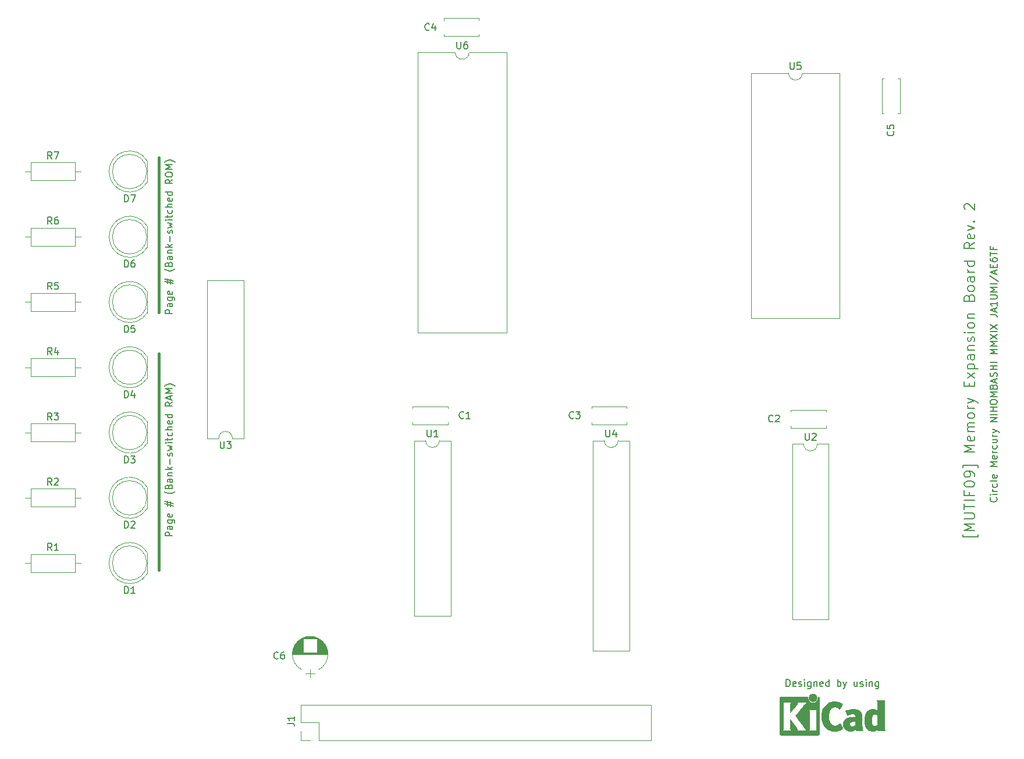
<source format=gto>
G04 #@! TF.FileFunction,Legend,Top*
%FSLAX46Y46*%
G04 Gerber Fmt 4.6, Leading zero omitted, Abs format (unit mm)*
G04 Created by KiCad (PCBNEW 4.0.7) date 10/16/19 21:59:32*
%MOMM*%
%LPD*%
G01*
G04 APERTURE LIST*
%ADD10C,0.100000*%
%ADD11C,0.200000*%
%ADD12C,0.400000*%
%ADD13C,0.120000*%
%ADD14C,0.010000*%
%ADD15C,0.150000*%
G04 APERTURE END LIST*
D10*
D11*
X80952381Y-78142858D02*
X79952381Y-78142858D01*
X79952381Y-77761905D01*
X80000000Y-77666667D01*
X80047619Y-77619048D01*
X80142857Y-77571429D01*
X80285714Y-77571429D01*
X80380952Y-77619048D01*
X80428571Y-77666667D01*
X80476190Y-77761905D01*
X80476190Y-78142858D01*
X80952381Y-76714286D02*
X80428571Y-76714286D01*
X80333333Y-76761905D01*
X80285714Y-76857143D01*
X80285714Y-77047620D01*
X80333333Y-77142858D01*
X80904762Y-76714286D02*
X80952381Y-76809524D01*
X80952381Y-77047620D01*
X80904762Y-77142858D01*
X80809524Y-77190477D01*
X80714286Y-77190477D01*
X80619048Y-77142858D01*
X80571429Y-77047620D01*
X80571429Y-76809524D01*
X80523810Y-76714286D01*
X80285714Y-75809524D02*
X81095238Y-75809524D01*
X81190476Y-75857143D01*
X81238095Y-75904762D01*
X81285714Y-76000001D01*
X81285714Y-76142858D01*
X81238095Y-76238096D01*
X80904762Y-75809524D02*
X80952381Y-75904762D01*
X80952381Y-76095239D01*
X80904762Y-76190477D01*
X80857143Y-76238096D01*
X80761905Y-76285715D01*
X80476190Y-76285715D01*
X80380952Y-76238096D01*
X80333333Y-76190477D01*
X80285714Y-76095239D01*
X80285714Y-75904762D01*
X80333333Y-75809524D01*
X80904762Y-74952381D02*
X80952381Y-75047619D01*
X80952381Y-75238096D01*
X80904762Y-75333334D01*
X80809524Y-75380953D01*
X80428571Y-75380953D01*
X80333333Y-75333334D01*
X80285714Y-75238096D01*
X80285714Y-75047619D01*
X80333333Y-74952381D01*
X80428571Y-74904762D01*
X80523810Y-74904762D01*
X80619048Y-75380953D01*
X80285714Y-73761905D02*
X80285714Y-73047619D01*
X79857143Y-73476191D02*
X81142857Y-73761905D01*
X80714286Y-73142857D02*
X80714286Y-73857143D01*
X81142857Y-73428571D02*
X79857143Y-73142857D01*
X81333333Y-71666666D02*
X81285714Y-71714286D01*
X81142857Y-71809524D01*
X81047619Y-71857143D01*
X80904762Y-71904762D01*
X80666667Y-71952381D01*
X80476190Y-71952381D01*
X80238095Y-71904762D01*
X80095238Y-71857143D01*
X80000000Y-71809524D01*
X79857143Y-71714286D01*
X79809524Y-71666666D01*
X80428571Y-70952380D02*
X80476190Y-70809523D01*
X80523810Y-70761904D01*
X80619048Y-70714285D01*
X80761905Y-70714285D01*
X80857143Y-70761904D01*
X80904762Y-70809523D01*
X80952381Y-70904761D01*
X80952381Y-71285714D01*
X79952381Y-71285714D01*
X79952381Y-70952380D01*
X80000000Y-70857142D01*
X80047619Y-70809523D01*
X80142857Y-70761904D01*
X80238095Y-70761904D01*
X80333333Y-70809523D01*
X80380952Y-70857142D01*
X80428571Y-70952380D01*
X80428571Y-71285714D01*
X80952381Y-69857142D02*
X80428571Y-69857142D01*
X80333333Y-69904761D01*
X80285714Y-69999999D01*
X80285714Y-70190476D01*
X80333333Y-70285714D01*
X80904762Y-69857142D02*
X80952381Y-69952380D01*
X80952381Y-70190476D01*
X80904762Y-70285714D01*
X80809524Y-70333333D01*
X80714286Y-70333333D01*
X80619048Y-70285714D01*
X80571429Y-70190476D01*
X80571429Y-69952380D01*
X80523810Y-69857142D01*
X80285714Y-69380952D02*
X80952381Y-69380952D01*
X80380952Y-69380952D02*
X80333333Y-69333333D01*
X80285714Y-69238095D01*
X80285714Y-69095237D01*
X80333333Y-68999999D01*
X80428571Y-68952380D01*
X80952381Y-68952380D01*
X80952381Y-68476190D02*
X79952381Y-68476190D01*
X80571429Y-68380952D02*
X80952381Y-68095237D01*
X80285714Y-68095237D02*
X80666667Y-68476190D01*
X80571429Y-67666666D02*
X80571429Y-66904761D01*
X80904762Y-66476190D02*
X80952381Y-66380952D01*
X80952381Y-66190476D01*
X80904762Y-66095237D01*
X80809524Y-66047618D01*
X80761905Y-66047618D01*
X80666667Y-66095237D01*
X80619048Y-66190476D01*
X80619048Y-66333333D01*
X80571429Y-66428571D01*
X80476190Y-66476190D01*
X80428571Y-66476190D01*
X80333333Y-66428571D01*
X80285714Y-66333333D01*
X80285714Y-66190476D01*
X80333333Y-66095237D01*
X80285714Y-65714285D02*
X80952381Y-65523809D01*
X80476190Y-65333332D01*
X80952381Y-65142856D01*
X80285714Y-64952380D01*
X80952381Y-64571428D02*
X80285714Y-64571428D01*
X79952381Y-64571428D02*
X80000000Y-64619047D01*
X80047619Y-64571428D01*
X80000000Y-64523809D01*
X79952381Y-64571428D01*
X80047619Y-64571428D01*
X80285714Y-64238095D02*
X80285714Y-63857143D01*
X79952381Y-64095238D02*
X80809524Y-64095238D01*
X80904762Y-64047619D01*
X80952381Y-63952381D01*
X80952381Y-63857143D01*
X80904762Y-63095237D02*
X80952381Y-63190475D01*
X80952381Y-63380952D01*
X80904762Y-63476190D01*
X80857143Y-63523809D01*
X80761905Y-63571428D01*
X80476190Y-63571428D01*
X80380952Y-63523809D01*
X80333333Y-63476190D01*
X80285714Y-63380952D01*
X80285714Y-63190475D01*
X80333333Y-63095237D01*
X80952381Y-62666666D02*
X79952381Y-62666666D01*
X80952381Y-62238094D02*
X80428571Y-62238094D01*
X80333333Y-62285713D01*
X80285714Y-62380951D01*
X80285714Y-62523809D01*
X80333333Y-62619047D01*
X80380952Y-62666666D01*
X80904762Y-61380951D02*
X80952381Y-61476189D01*
X80952381Y-61666666D01*
X80904762Y-61761904D01*
X80809524Y-61809523D01*
X80428571Y-61809523D01*
X80333333Y-61761904D01*
X80285714Y-61666666D01*
X80285714Y-61476189D01*
X80333333Y-61380951D01*
X80428571Y-61333332D01*
X80523810Y-61333332D01*
X80619048Y-61809523D01*
X80952381Y-60476189D02*
X79952381Y-60476189D01*
X80904762Y-60476189D02*
X80952381Y-60571427D01*
X80952381Y-60761904D01*
X80904762Y-60857142D01*
X80857143Y-60904761D01*
X80761905Y-60952380D01*
X80476190Y-60952380D01*
X80380952Y-60904761D01*
X80333333Y-60857142D01*
X80285714Y-60761904D01*
X80285714Y-60571427D01*
X80333333Y-60476189D01*
X80952381Y-58666665D02*
X80476190Y-58999999D01*
X80952381Y-59238094D02*
X79952381Y-59238094D01*
X79952381Y-58857141D01*
X80000000Y-58761903D01*
X80047619Y-58714284D01*
X80142857Y-58666665D01*
X80285714Y-58666665D01*
X80380952Y-58714284D01*
X80428571Y-58761903D01*
X80476190Y-58857141D01*
X80476190Y-59238094D01*
X79952381Y-58047618D02*
X79952381Y-57857141D01*
X80000000Y-57761903D01*
X80095238Y-57666665D01*
X80285714Y-57619046D01*
X80619048Y-57619046D01*
X80809524Y-57666665D01*
X80904762Y-57761903D01*
X80952381Y-57857141D01*
X80952381Y-58047618D01*
X80904762Y-58142856D01*
X80809524Y-58238094D01*
X80619048Y-58285713D01*
X80285714Y-58285713D01*
X80095238Y-58238094D01*
X80000000Y-58142856D01*
X79952381Y-58047618D01*
X80952381Y-57190475D02*
X79952381Y-57190475D01*
X80666667Y-56857141D01*
X79952381Y-56523808D01*
X80952381Y-56523808D01*
X81333333Y-56142856D02*
X81285714Y-56095237D01*
X81142857Y-55999999D01*
X81047619Y-55952380D01*
X80904762Y-55904761D01*
X80666667Y-55857142D01*
X80476190Y-55857142D01*
X80238095Y-55904761D01*
X80095238Y-55952380D01*
X80000000Y-55999999D01*
X79857143Y-56095237D01*
X79809524Y-56142856D01*
X80952381Y-110547620D02*
X79952381Y-110547620D01*
X79952381Y-110166667D01*
X80000000Y-110071429D01*
X80047619Y-110023810D01*
X80142857Y-109976191D01*
X80285714Y-109976191D01*
X80380952Y-110023810D01*
X80428571Y-110071429D01*
X80476190Y-110166667D01*
X80476190Y-110547620D01*
X80952381Y-109119048D02*
X80428571Y-109119048D01*
X80333333Y-109166667D01*
X80285714Y-109261905D01*
X80285714Y-109452382D01*
X80333333Y-109547620D01*
X80904762Y-109119048D02*
X80952381Y-109214286D01*
X80952381Y-109452382D01*
X80904762Y-109547620D01*
X80809524Y-109595239D01*
X80714286Y-109595239D01*
X80619048Y-109547620D01*
X80571429Y-109452382D01*
X80571429Y-109214286D01*
X80523810Y-109119048D01*
X80285714Y-108214286D02*
X81095238Y-108214286D01*
X81190476Y-108261905D01*
X81238095Y-108309524D01*
X81285714Y-108404763D01*
X81285714Y-108547620D01*
X81238095Y-108642858D01*
X80904762Y-108214286D02*
X80952381Y-108309524D01*
X80952381Y-108500001D01*
X80904762Y-108595239D01*
X80857143Y-108642858D01*
X80761905Y-108690477D01*
X80476190Y-108690477D01*
X80380952Y-108642858D01*
X80333333Y-108595239D01*
X80285714Y-108500001D01*
X80285714Y-108309524D01*
X80333333Y-108214286D01*
X80904762Y-107357143D02*
X80952381Y-107452381D01*
X80952381Y-107642858D01*
X80904762Y-107738096D01*
X80809524Y-107785715D01*
X80428571Y-107785715D01*
X80333333Y-107738096D01*
X80285714Y-107642858D01*
X80285714Y-107452381D01*
X80333333Y-107357143D01*
X80428571Y-107309524D01*
X80523810Y-107309524D01*
X80619048Y-107785715D01*
X80285714Y-106166667D02*
X80285714Y-105452381D01*
X79857143Y-105880953D02*
X81142857Y-106166667D01*
X80714286Y-105547619D02*
X80714286Y-106261905D01*
X81142857Y-105833333D02*
X79857143Y-105547619D01*
X81333333Y-104071428D02*
X81285714Y-104119048D01*
X81142857Y-104214286D01*
X81047619Y-104261905D01*
X80904762Y-104309524D01*
X80666667Y-104357143D01*
X80476190Y-104357143D01*
X80238095Y-104309524D01*
X80095238Y-104261905D01*
X80000000Y-104214286D01*
X79857143Y-104119048D01*
X79809524Y-104071428D01*
X80428571Y-103357142D02*
X80476190Y-103214285D01*
X80523810Y-103166666D01*
X80619048Y-103119047D01*
X80761905Y-103119047D01*
X80857143Y-103166666D01*
X80904762Y-103214285D01*
X80952381Y-103309523D01*
X80952381Y-103690476D01*
X79952381Y-103690476D01*
X79952381Y-103357142D01*
X80000000Y-103261904D01*
X80047619Y-103214285D01*
X80142857Y-103166666D01*
X80238095Y-103166666D01*
X80333333Y-103214285D01*
X80380952Y-103261904D01*
X80428571Y-103357142D01*
X80428571Y-103690476D01*
X80952381Y-102261904D02*
X80428571Y-102261904D01*
X80333333Y-102309523D01*
X80285714Y-102404761D01*
X80285714Y-102595238D01*
X80333333Y-102690476D01*
X80904762Y-102261904D02*
X80952381Y-102357142D01*
X80952381Y-102595238D01*
X80904762Y-102690476D01*
X80809524Y-102738095D01*
X80714286Y-102738095D01*
X80619048Y-102690476D01*
X80571429Y-102595238D01*
X80571429Y-102357142D01*
X80523810Y-102261904D01*
X80285714Y-101785714D02*
X80952381Y-101785714D01*
X80380952Y-101785714D02*
X80333333Y-101738095D01*
X80285714Y-101642857D01*
X80285714Y-101499999D01*
X80333333Y-101404761D01*
X80428571Y-101357142D01*
X80952381Y-101357142D01*
X80952381Y-100880952D02*
X79952381Y-100880952D01*
X80571429Y-100785714D02*
X80952381Y-100499999D01*
X80285714Y-100499999D02*
X80666667Y-100880952D01*
X80571429Y-100071428D02*
X80571429Y-99309523D01*
X80904762Y-98880952D02*
X80952381Y-98785714D01*
X80952381Y-98595238D01*
X80904762Y-98499999D01*
X80809524Y-98452380D01*
X80761905Y-98452380D01*
X80666667Y-98499999D01*
X80619048Y-98595238D01*
X80619048Y-98738095D01*
X80571429Y-98833333D01*
X80476190Y-98880952D01*
X80428571Y-98880952D01*
X80333333Y-98833333D01*
X80285714Y-98738095D01*
X80285714Y-98595238D01*
X80333333Y-98499999D01*
X80285714Y-98119047D02*
X80952381Y-97928571D01*
X80476190Y-97738094D01*
X80952381Y-97547618D01*
X80285714Y-97357142D01*
X80952381Y-96976190D02*
X80285714Y-96976190D01*
X79952381Y-96976190D02*
X80000000Y-97023809D01*
X80047619Y-96976190D01*
X80000000Y-96928571D01*
X79952381Y-96976190D01*
X80047619Y-96976190D01*
X80285714Y-96642857D02*
X80285714Y-96261905D01*
X79952381Y-96500000D02*
X80809524Y-96500000D01*
X80904762Y-96452381D01*
X80952381Y-96357143D01*
X80952381Y-96261905D01*
X80904762Y-95499999D02*
X80952381Y-95595237D01*
X80952381Y-95785714D01*
X80904762Y-95880952D01*
X80857143Y-95928571D01*
X80761905Y-95976190D01*
X80476190Y-95976190D01*
X80380952Y-95928571D01*
X80333333Y-95880952D01*
X80285714Y-95785714D01*
X80285714Y-95595237D01*
X80333333Y-95499999D01*
X80952381Y-95071428D02*
X79952381Y-95071428D01*
X80952381Y-94642856D02*
X80428571Y-94642856D01*
X80333333Y-94690475D01*
X80285714Y-94785713D01*
X80285714Y-94928571D01*
X80333333Y-95023809D01*
X80380952Y-95071428D01*
X80904762Y-93785713D02*
X80952381Y-93880951D01*
X80952381Y-94071428D01*
X80904762Y-94166666D01*
X80809524Y-94214285D01*
X80428571Y-94214285D01*
X80333333Y-94166666D01*
X80285714Y-94071428D01*
X80285714Y-93880951D01*
X80333333Y-93785713D01*
X80428571Y-93738094D01*
X80523810Y-93738094D01*
X80619048Y-94214285D01*
X80952381Y-92880951D02*
X79952381Y-92880951D01*
X80904762Y-92880951D02*
X80952381Y-92976189D01*
X80952381Y-93166666D01*
X80904762Y-93261904D01*
X80857143Y-93309523D01*
X80761905Y-93357142D01*
X80476190Y-93357142D01*
X80380952Y-93309523D01*
X80333333Y-93261904D01*
X80285714Y-93166666D01*
X80285714Y-92976189D01*
X80333333Y-92880951D01*
X80952381Y-91071427D02*
X80476190Y-91404761D01*
X80952381Y-91642856D02*
X79952381Y-91642856D01*
X79952381Y-91261903D01*
X80000000Y-91166665D01*
X80047619Y-91119046D01*
X80142857Y-91071427D01*
X80285714Y-91071427D01*
X80380952Y-91119046D01*
X80428571Y-91166665D01*
X80476190Y-91261903D01*
X80476190Y-91642856D01*
X80666667Y-90690475D02*
X80666667Y-90214284D01*
X80952381Y-90785713D02*
X79952381Y-90452380D01*
X80952381Y-90119046D01*
X80952381Y-89785713D02*
X79952381Y-89785713D01*
X80666667Y-89452379D01*
X79952381Y-89119046D01*
X80952381Y-89119046D01*
X81333333Y-88738094D02*
X81285714Y-88690475D01*
X81142857Y-88595237D01*
X81047619Y-88547618D01*
X80904762Y-88499999D01*
X80666667Y-88452380D01*
X80476190Y-88452380D01*
X80238095Y-88499999D01*
X80095238Y-88547618D01*
X80000000Y-88595237D01*
X79857143Y-88690475D01*
X79809524Y-88738094D01*
D12*
X79000000Y-78000000D02*
X79000000Y-55500000D01*
X79000000Y-115500000D02*
X79000000Y-84000000D01*
D11*
X200857143Y-104952381D02*
X200904762Y-105000000D01*
X200952381Y-105142857D01*
X200952381Y-105238095D01*
X200904762Y-105380953D01*
X200809524Y-105476191D01*
X200714286Y-105523810D01*
X200523810Y-105571429D01*
X200380952Y-105571429D01*
X200190476Y-105523810D01*
X200095238Y-105476191D01*
X200000000Y-105380953D01*
X199952381Y-105238095D01*
X199952381Y-105142857D01*
X200000000Y-105000000D01*
X200047619Y-104952381D01*
X200952381Y-104523810D02*
X200285714Y-104523810D01*
X199952381Y-104523810D02*
X200000000Y-104571429D01*
X200047619Y-104523810D01*
X200000000Y-104476191D01*
X199952381Y-104523810D01*
X200047619Y-104523810D01*
X200952381Y-104047620D02*
X200285714Y-104047620D01*
X200476190Y-104047620D02*
X200380952Y-104000001D01*
X200333333Y-103952382D01*
X200285714Y-103857144D01*
X200285714Y-103761905D01*
X200904762Y-103000000D02*
X200952381Y-103095238D01*
X200952381Y-103285715D01*
X200904762Y-103380953D01*
X200857143Y-103428572D01*
X200761905Y-103476191D01*
X200476190Y-103476191D01*
X200380952Y-103428572D01*
X200333333Y-103380953D01*
X200285714Y-103285715D01*
X200285714Y-103095238D01*
X200333333Y-103000000D01*
X200952381Y-102428572D02*
X200904762Y-102523810D01*
X200809524Y-102571429D01*
X199952381Y-102571429D01*
X200904762Y-101666666D02*
X200952381Y-101761904D01*
X200952381Y-101952381D01*
X200904762Y-102047619D01*
X200809524Y-102095238D01*
X200428571Y-102095238D01*
X200333333Y-102047619D01*
X200285714Y-101952381D01*
X200285714Y-101761904D01*
X200333333Y-101666666D01*
X200428571Y-101619047D01*
X200523810Y-101619047D01*
X200619048Y-102095238D01*
X200952381Y-100428571D02*
X199952381Y-100428571D01*
X200666667Y-100095237D01*
X199952381Y-99761904D01*
X200952381Y-99761904D01*
X200904762Y-98904761D02*
X200952381Y-98999999D01*
X200952381Y-99190476D01*
X200904762Y-99285714D01*
X200809524Y-99333333D01*
X200428571Y-99333333D01*
X200333333Y-99285714D01*
X200285714Y-99190476D01*
X200285714Y-98999999D01*
X200333333Y-98904761D01*
X200428571Y-98857142D01*
X200523810Y-98857142D01*
X200619048Y-99333333D01*
X200952381Y-98428571D02*
X200285714Y-98428571D01*
X200476190Y-98428571D02*
X200380952Y-98380952D01*
X200333333Y-98333333D01*
X200285714Y-98238095D01*
X200285714Y-98142856D01*
X200904762Y-97380951D02*
X200952381Y-97476189D01*
X200952381Y-97666666D01*
X200904762Y-97761904D01*
X200857143Y-97809523D01*
X200761905Y-97857142D01*
X200476190Y-97857142D01*
X200380952Y-97809523D01*
X200333333Y-97761904D01*
X200285714Y-97666666D01*
X200285714Y-97476189D01*
X200333333Y-97380951D01*
X200285714Y-96523808D02*
X200952381Y-96523808D01*
X200285714Y-96952380D02*
X200809524Y-96952380D01*
X200904762Y-96904761D01*
X200952381Y-96809523D01*
X200952381Y-96666665D01*
X200904762Y-96571427D01*
X200857143Y-96523808D01*
X200952381Y-96047618D02*
X200285714Y-96047618D01*
X200476190Y-96047618D02*
X200380952Y-95999999D01*
X200333333Y-95952380D01*
X200285714Y-95857142D01*
X200285714Y-95761903D01*
X200285714Y-95523808D02*
X200952381Y-95285713D01*
X200285714Y-95047617D02*
X200952381Y-95285713D01*
X201190476Y-95380951D01*
X201238095Y-95428570D01*
X201285714Y-95523808D01*
X200952381Y-93904760D02*
X199952381Y-93904760D01*
X200952381Y-93333331D01*
X199952381Y-93333331D01*
X200952381Y-92857141D02*
X199952381Y-92857141D01*
X200952381Y-92380951D02*
X199952381Y-92380951D01*
X200428571Y-92380951D02*
X200428571Y-91809522D01*
X200952381Y-91809522D02*
X199952381Y-91809522D01*
X199952381Y-91142856D02*
X199952381Y-90952379D01*
X200000000Y-90857141D01*
X200095238Y-90761903D01*
X200285714Y-90714284D01*
X200619048Y-90714284D01*
X200809524Y-90761903D01*
X200904762Y-90857141D01*
X200952381Y-90952379D01*
X200952381Y-91142856D01*
X200904762Y-91238094D01*
X200809524Y-91333332D01*
X200619048Y-91380951D01*
X200285714Y-91380951D01*
X200095238Y-91333332D01*
X200000000Y-91238094D01*
X199952381Y-91142856D01*
X200952381Y-90285713D02*
X199952381Y-90285713D01*
X200666667Y-89952379D01*
X199952381Y-89619046D01*
X200952381Y-89619046D01*
X200428571Y-88809522D02*
X200476190Y-88666665D01*
X200523810Y-88619046D01*
X200619048Y-88571427D01*
X200761905Y-88571427D01*
X200857143Y-88619046D01*
X200904762Y-88666665D01*
X200952381Y-88761903D01*
X200952381Y-89142856D01*
X199952381Y-89142856D01*
X199952381Y-88809522D01*
X200000000Y-88714284D01*
X200047619Y-88666665D01*
X200142857Y-88619046D01*
X200238095Y-88619046D01*
X200333333Y-88666665D01*
X200380952Y-88714284D01*
X200428571Y-88809522D01*
X200428571Y-89142856D01*
X200666667Y-88190475D02*
X200666667Y-87714284D01*
X200952381Y-88285713D02*
X199952381Y-87952380D01*
X200952381Y-87619046D01*
X200904762Y-87333332D02*
X200952381Y-87190475D01*
X200952381Y-86952379D01*
X200904762Y-86857141D01*
X200857143Y-86809522D01*
X200761905Y-86761903D01*
X200666667Y-86761903D01*
X200571429Y-86809522D01*
X200523810Y-86857141D01*
X200476190Y-86952379D01*
X200428571Y-87142856D01*
X200380952Y-87238094D01*
X200333333Y-87285713D01*
X200238095Y-87333332D01*
X200142857Y-87333332D01*
X200047619Y-87285713D01*
X200000000Y-87238094D01*
X199952381Y-87142856D01*
X199952381Y-86904760D01*
X200000000Y-86761903D01*
X200952381Y-86333332D02*
X199952381Y-86333332D01*
X200428571Y-86333332D02*
X200428571Y-85761903D01*
X200952381Y-85761903D02*
X199952381Y-85761903D01*
X200952381Y-85285713D02*
X199952381Y-85285713D01*
X200952381Y-84047618D02*
X199952381Y-84047618D01*
X200666667Y-83714284D01*
X199952381Y-83380951D01*
X200952381Y-83380951D01*
X200952381Y-82904761D02*
X199952381Y-82904761D01*
X200666667Y-82571427D01*
X199952381Y-82238094D01*
X200952381Y-82238094D01*
X199952381Y-81857142D02*
X200952381Y-81190475D01*
X199952381Y-81190475D02*
X200952381Y-81857142D01*
X200952381Y-80809523D02*
X199952381Y-80809523D01*
X199952381Y-80428571D02*
X200952381Y-79761904D01*
X199952381Y-79761904D02*
X200952381Y-80428571D01*
X199952381Y-78333332D02*
X200666667Y-78333332D01*
X200809524Y-78380952D01*
X200904762Y-78476190D01*
X200952381Y-78619047D01*
X200952381Y-78714285D01*
X200666667Y-77904761D02*
X200666667Y-77428570D01*
X200952381Y-77999999D02*
X199952381Y-77666666D01*
X200952381Y-77333332D01*
X200952381Y-76476189D02*
X200952381Y-77047618D01*
X200952381Y-76761904D02*
X199952381Y-76761904D01*
X200095238Y-76857142D01*
X200190476Y-76952380D01*
X200238095Y-77047618D01*
X199952381Y-76047618D02*
X200761905Y-76047618D01*
X200857143Y-75999999D01*
X200904762Y-75952380D01*
X200952381Y-75857142D01*
X200952381Y-75666665D01*
X200904762Y-75571427D01*
X200857143Y-75523808D01*
X200761905Y-75476189D01*
X199952381Y-75476189D01*
X200952381Y-74999999D02*
X199952381Y-74999999D01*
X200666667Y-74666665D01*
X199952381Y-74333332D01*
X200952381Y-74333332D01*
X200952381Y-73857142D02*
X199952381Y-73857142D01*
X199904762Y-72666666D02*
X201190476Y-73523809D01*
X200666667Y-72380952D02*
X200666667Y-71904761D01*
X200952381Y-72476190D02*
X199952381Y-72142857D01*
X200952381Y-71809523D01*
X200428571Y-71476190D02*
X200428571Y-71142856D01*
X200952381Y-70999999D02*
X200952381Y-71476190D01*
X199952381Y-71476190D01*
X199952381Y-70999999D01*
X199952381Y-70142856D02*
X199952381Y-70333333D01*
X200000000Y-70428571D01*
X200047619Y-70476190D01*
X200190476Y-70571428D01*
X200380952Y-70619047D01*
X200761905Y-70619047D01*
X200857143Y-70571428D01*
X200904762Y-70523809D01*
X200952381Y-70428571D01*
X200952381Y-70238094D01*
X200904762Y-70142856D01*
X200857143Y-70095237D01*
X200761905Y-70047618D01*
X200523810Y-70047618D01*
X200428571Y-70095237D01*
X200380952Y-70142856D01*
X200333333Y-70238094D01*
X200333333Y-70428571D01*
X200380952Y-70523809D01*
X200428571Y-70571428D01*
X200523810Y-70619047D01*
X199952381Y-69761904D02*
X199952381Y-69190475D01*
X200952381Y-69476190D02*
X199952381Y-69476190D01*
X200428571Y-68523808D02*
X200428571Y-68857142D01*
X200952381Y-68857142D02*
X199952381Y-68857142D01*
X199952381Y-68380951D01*
X198178571Y-110357143D02*
X198178571Y-110714286D01*
X196035714Y-110714286D01*
X196035714Y-110357143D01*
X197678571Y-109785714D02*
X196178571Y-109785714D01*
X197250000Y-109285714D01*
X196178571Y-108785714D01*
X197678571Y-108785714D01*
X196178571Y-108071428D02*
X197392857Y-108071428D01*
X197535714Y-108000000D01*
X197607143Y-107928571D01*
X197678571Y-107785714D01*
X197678571Y-107500000D01*
X197607143Y-107357142D01*
X197535714Y-107285714D01*
X197392857Y-107214285D01*
X196178571Y-107214285D01*
X196178571Y-106714285D02*
X196178571Y-105857142D01*
X197678571Y-106285713D02*
X196178571Y-106285713D01*
X197678571Y-105357142D02*
X196178571Y-105357142D01*
X196892857Y-104142856D02*
X196892857Y-104642856D01*
X197678571Y-104642856D02*
X196178571Y-104642856D01*
X196178571Y-103928570D01*
X196178571Y-103071428D02*
X196178571Y-102928571D01*
X196250000Y-102785714D01*
X196321429Y-102714285D01*
X196464286Y-102642856D01*
X196750000Y-102571428D01*
X197107143Y-102571428D01*
X197392857Y-102642856D01*
X197535714Y-102714285D01*
X197607143Y-102785714D01*
X197678571Y-102928571D01*
X197678571Y-103071428D01*
X197607143Y-103214285D01*
X197535714Y-103285714D01*
X197392857Y-103357142D01*
X197107143Y-103428571D01*
X196750000Y-103428571D01*
X196464286Y-103357142D01*
X196321429Y-103285714D01*
X196250000Y-103214285D01*
X196178571Y-103071428D01*
X197678571Y-101857143D02*
X197678571Y-101571428D01*
X197607143Y-101428571D01*
X197535714Y-101357143D01*
X197321429Y-101214285D01*
X197035714Y-101142857D01*
X196464286Y-101142857D01*
X196321429Y-101214285D01*
X196250000Y-101285714D01*
X196178571Y-101428571D01*
X196178571Y-101714285D01*
X196250000Y-101857143D01*
X196321429Y-101928571D01*
X196464286Y-102000000D01*
X196821429Y-102000000D01*
X196964286Y-101928571D01*
X197035714Y-101857143D01*
X197107143Y-101714285D01*
X197107143Y-101428571D01*
X197035714Y-101285714D01*
X196964286Y-101214285D01*
X196821429Y-101142857D01*
X198178571Y-100642857D02*
X198178571Y-100285714D01*
X196035714Y-100285714D01*
X196035714Y-100642857D01*
X197678571Y-98357143D02*
X196178571Y-98357143D01*
X197250000Y-97857143D01*
X196178571Y-97357143D01*
X197678571Y-97357143D01*
X197607143Y-96071429D02*
X197678571Y-96214286D01*
X197678571Y-96500000D01*
X197607143Y-96642857D01*
X197464286Y-96714286D01*
X196892857Y-96714286D01*
X196750000Y-96642857D01*
X196678571Y-96500000D01*
X196678571Y-96214286D01*
X196750000Y-96071429D01*
X196892857Y-96000000D01*
X197035714Y-96000000D01*
X197178571Y-96714286D01*
X197678571Y-95357143D02*
X196678571Y-95357143D01*
X196821429Y-95357143D02*
X196750000Y-95285715D01*
X196678571Y-95142857D01*
X196678571Y-94928572D01*
X196750000Y-94785715D01*
X196892857Y-94714286D01*
X197678571Y-94714286D01*
X196892857Y-94714286D02*
X196750000Y-94642857D01*
X196678571Y-94500000D01*
X196678571Y-94285715D01*
X196750000Y-94142857D01*
X196892857Y-94071429D01*
X197678571Y-94071429D01*
X197678571Y-93142857D02*
X197607143Y-93285715D01*
X197535714Y-93357143D01*
X197392857Y-93428572D01*
X196964286Y-93428572D01*
X196821429Y-93357143D01*
X196750000Y-93285715D01*
X196678571Y-93142857D01*
X196678571Y-92928572D01*
X196750000Y-92785715D01*
X196821429Y-92714286D01*
X196964286Y-92642857D01*
X197392857Y-92642857D01*
X197535714Y-92714286D01*
X197607143Y-92785715D01*
X197678571Y-92928572D01*
X197678571Y-93142857D01*
X197678571Y-92000000D02*
X196678571Y-92000000D01*
X196964286Y-92000000D02*
X196821429Y-91928572D01*
X196750000Y-91857143D01*
X196678571Y-91714286D01*
X196678571Y-91571429D01*
X196678571Y-91214286D02*
X197678571Y-90857143D01*
X196678571Y-90500001D02*
X197678571Y-90857143D01*
X198035714Y-91000001D01*
X198107143Y-91071429D01*
X198178571Y-91214286D01*
X196892857Y-88785715D02*
X196892857Y-88285715D01*
X197678571Y-88071429D02*
X197678571Y-88785715D01*
X196178571Y-88785715D01*
X196178571Y-88071429D01*
X197678571Y-87571429D02*
X196678571Y-86785715D01*
X196678571Y-87571429D02*
X197678571Y-86785715D01*
X196678571Y-86214286D02*
X198178571Y-86214286D01*
X196750000Y-86214286D02*
X196678571Y-86071429D01*
X196678571Y-85785715D01*
X196750000Y-85642858D01*
X196821429Y-85571429D01*
X196964286Y-85500000D01*
X197392857Y-85500000D01*
X197535714Y-85571429D01*
X197607143Y-85642858D01*
X197678571Y-85785715D01*
X197678571Y-86071429D01*
X197607143Y-86214286D01*
X197678571Y-84214286D02*
X196892857Y-84214286D01*
X196750000Y-84285715D01*
X196678571Y-84428572D01*
X196678571Y-84714286D01*
X196750000Y-84857143D01*
X197607143Y-84214286D02*
X197678571Y-84357143D01*
X197678571Y-84714286D01*
X197607143Y-84857143D01*
X197464286Y-84928572D01*
X197321429Y-84928572D01*
X197178571Y-84857143D01*
X197107143Y-84714286D01*
X197107143Y-84357143D01*
X197035714Y-84214286D01*
X196678571Y-83500000D02*
X197678571Y-83500000D01*
X196821429Y-83500000D02*
X196750000Y-83428572D01*
X196678571Y-83285714D01*
X196678571Y-83071429D01*
X196750000Y-82928572D01*
X196892857Y-82857143D01*
X197678571Y-82857143D01*
X197607143Y-82214286D02*
X197678571Y-82071429D01*
X197678571Y-81785714D01*
X197607143Y-81642857D01*
X197464286Y-81571429D01*
X197392857Y-81571429D01*
X197250000Y-81642857D01*
X197178571Y-81785714D01*
X197178571Y-82000000D01*
X197107143Y-82142857D01*
X196964286Y-82214286D01*
X196892857Y-82214286D01*
X196750000Y-82142857D01*
X196678571Y-82000000D01*
X196678571Y-81785714D01*
X196750000Y-81642857D01*
X197678571Y-80928571D02*
X196678571Y-80928571D01*
X196178571Y-80928571D02*
X196250000Y-81000000D01*
X196321429Y-80928571D01*
X196250000Y-80857143D01*
X196178571Y-80928571D01*
X196321429Y-80928571D01*
X197678571Y-79999999D02*
X197607143Y-80142857D01*
X197535714Y-80214285D01*
X197392857Y-80285714D01*
X196964286Y-80285714D01*
X196821429Y-80214285D01*
X196750000Y-80142857D01*
X196678571Y-79999999D01*
X196678571Y-79785714D01*
X196750000Y-79642857D01*
X196821429Y-79571428D01*
X196964286Y-79499999D01*
X197392857Y-79499999D01*
X197535714Y-79571428D01*
X197607143Y-79642857D01*
X197678571Y-79785714D01*
X197678571Y-79999999D01*
X196678571Y-78857142D02*
X197678571Y-78857142D01*
X196821429Y-78857142D02*
X196750000Y-78785714D01*
X196678571Y-78642856D01*
X196678571Y-78428571D01*
X196750000Y-78285714D01*
X196892857Y-78214285D01*
X197678571Y-78214285D01*
X196892857Y-75857142D02*
X196964286Y-75642856D01*
X197035714Y-75571428D01*
X197178571Y-75499999D01*
X197392857Y-75499999D01*
X197535714Y-75571428D01*
X197607143Y-75642856D01*
X197678571Y-75785714D01*
X197678571Y-76357142D01*
X196178571Y-76357142D01*
X196178571Y-75857142D01*
X196250000Y-75714285D01*
X196321429Y-75642856D01*
X196464286Y-75571428D01*
X196607143Y-75571428D01*
X196750000Y-75642856D01*
X196821429Y-75714285D01*
X196892857Y-75857142D01*
X196892857Y-76357142D01*
X197678571Y-74642856D02*
X197607143Y-74785714D01*
X197535714Y-74857142D01*
X197392857Y-74928571D01*
X196964286Y-74928571D01*
X196821429Y-74857142D01*
X196750000Y-74785714D01*
X196678571Y-74642856D01*
X196678571Y-74428571D01*
X196750000Y-74285714D01*
X196821429Y-74214285D01*
X196964286Y-74142856D01*
X197392857Y-74142856D01*
X197535714Y-74214285D01*
X197607143Y-74285714D01*
X197678571Y-74428571D01*
X197678571Y-74642856D01*
X197678571Y-72857142D02*
X196892857Y-72857142D01*
X196750000Y-72928571D01*
X196678571Y-73071428D01*
X196678571Y-73357142D01*
X196750000Y-73499999D01*
X197607143Y-72857142D02*
X197678571Y-72999999D01*
X197678571Y-73357142D01*
X197607143Y-73499999D01*
X197464286Y-73571428D01*
X197321429Y-73571428D01*
X197178571Y-73499999D01*
X197107143Y-73357142D01*
X197107143Y-72999999D01*
X197035714Y-72857142D01*
X197678571Y-72142856D02*
X196678571Y-72142856D01*
X196964286Y-72142856D02*
X196821429Y-72071428D01*
X196750000Y-71999999D01*
X196678571Y-71857142D01*
X196678571Y-71714285D01*
X197678571Y-70571428D02*
X196178571Y-70571428D01*
X197607143Y-70571428D02*
X197678571Y-70714285D01*
X197678571Y-70999999D01*
X197607143Y-71142857D01*
X197535714Y-71214285D01*
X197392857Y-71285714D01*
X196964286Y-71285714D01*
X196821429Y-71214285D01*
X196750000Y-71142857D01*
X196678571Y-70999999D01*
X196678571Y-70714285D01*
X196750000Y-70571428D01*
X197678571Y-67857142D02*
X196964286Y-68357142D01*
X197678571Y-68714285D02*
X196178571Y-68714285D01*
X196178571Y-68142857D01*
X196250000Y-67999999D01*
X196321429Y-67928571D01*
X196464286Y-67857142D01*
X196678571Y-67857142D01*
X196821429Y-67928571D01*
X196892857Y-67999999D01*
X196964286Y-68142857D01*
X196964286Y-68714285D01*
X197607143Y-66642857D02*
X197678571Y-66785714D01*
X197678571Y-67071428D01*
X197607143Y-67214285D01*
X197464286Y-67285714D01*
X196892857Y-67285714D01*
X196750000Y-67214285D01*
X196678571Y-67071428D01*
X196678571Y-66785714D01*
X196750000Y-66642857D01*
X196892857Y-66571428D01*
X197035714Y-66571428D01*
X197178571Y-67285714D01*
X196678571Y-66071428D02*
X197678571Y-65714285D01*
X196678571Y-65357143D01*
X197535714Y-64785714D02*
X197607143Y-64714286D01*
X197678571Y-64785714D01*
X197607143Y-64857143D01*
X197535714Y-64785714D01*
X197678571Y-64785714D01*
X196321429Y-63000000D02*
X196250000Y-62928571D01*
X196178571Y-62785714D01*
X196178571Y-62428571D01*
X196250000Y-62285714D01*
X196321429Y-62214285D01*
X196464286Y-62142857D01*
X196607143Y-62142857D01*
X196821429Y-62214285D01*
X197678571Y-63071428D01*
X197678571Y-62142857D01*
X170285714Y-132452381D02*
X170285714Y-131452381D01*
X170523809Y-131452381D01*
X170666667Y-131500000D01*
X170761905Y-131595238D01*
X170809524Y-131690476D01*
X170857143Y-131880952D01*
X170857143Y-132023810D01*
X170809524Y-132214286D01*
X170761905Y-132309524D01*
X170666667Y-132404762D01*
X170523809Y-132452381D01*
X170285714Y-132452381D01*
X171666667Y-132404762D02*
X171571429Y-132452381D01*
X171380952Y-132452381D01*
X171285714Y-132404762D01*
X171238095Y-132309524D01*
X171238095Y-131928571D01*
X171285714Y-131833333D01*
X171380952Y-131785714D01*
X171571429Y-131785714D01*
X171666667Y-131833333D01*
X171714286Y-131928571D01*
X171714286Y-132023810D01*
X171238095Y-132119048D01*
X172095238Y-132404762D02*
X172190476Y-132452381D01*
X172380952Y-132452381D01*
X172476191Y-132404762D01*
X172523810Y-132309524D01*
X172523810Y-132261905D01*
X172476191Y-132166667D01*
X172380952Y-132119048D01*
X172238095Y-132119048D01*
X172142857Y-132071429D01*
X172095238Y-131976190D01*
X172095238Y-131928571D01*
X172142857Y-131833333D01*
X172238095Y-131785714D01*
X172380952Y-131785714D01*
X172476191Y-131833333D01*
X172952381Y-132452381D02*
X172952381Y-131785714D01*
X172952381Y-131452381D02*
X172904762Y-131500000D01*
X172952381Y-131547619D01*
X173000000Y-131500000D01*
X172952381Y-131452381D01*
X172952381Y-131547619D01*
X173857143Y-131785714D02*
X173857143Y-132595238D01*
X173809524Y-132690476D01*
X173761905Y-132738095D01*
X173666666Y-132785714D01*
X173523809Y-132785714D01*
X173428571Y-132738095D01*
X173857143Y-132404762D02*
X173761905Y-132452381D01*
X173571428Y-132452381D01*
X173476190Y-132404762D01*
X173428571Y-132357143D01*
X173380952Y-132261905D01*
X173380952Y-131976190D01*
X173428571Y-131880952D01*
X173476190Y-131833333D01*
X173571428Y-131785714D01*
X173761905Y-131785714D01*
X173857143Y-131833333D01*
X174333333Y-131785714D02*
X174333333Y-132452381D01*
X174333333Y-131880952D02*
X174380952Y-131833333D01*
X174476190Y-131785714D01*
X174619048Y-131785714D01*
X174714286Y-131833333D01*
X174761905Y-131928571D01*
X174761905Y-132452381D01*
X175619048Y-132404762D02*
X175523810Y-132452381D01*
X175333333Y-132452381D01*
X175238095Y-132404762D01*
X175190476Y-132309524D01*
X175190476Y-131928571D01*
X175238095Y-131833333D01*
X175333333Y-131785714D01*
X175523810Y-131785714D01*
X175619048Y-131833333D01*
X175666667Y-131928571D01*
X175666667Y-132023810D01*
X175190476Y-132119048D01*
X176523810Y-132452381D02*
X176523810Y-131452381D01*
X176523810Y-132404762D02*
X176428572Y-132452381D01*
X176238095Y-132452381D01*
X176142857Y-132404762D01*
X176095238Y-132357143D01*
X176047619Y-132261905D01*
X176047619Y-131976190D01*
X176095238Y-131880952D01*
X176142857Y-131833333D01*
X176238095Y-131785714D01*
X176428572Y-131785714D01*
X176523810Y-131833333D01*
X177761905Y-132452381D02*
X177761905Y-131452381D01*
X177761905Y-131833333D02*
X177857143Y-131785714D01*
X178047620Y-131785714D01*
X178142858Y-131833333D01*
X178190477Y-131880952D01*
X178238096Y-131976190D01*
X178238096Y-132261905D01*
X178190477Y-132357143D01*
X178142858Y-132404762D01*
X178047620Y-132452381D01*
X177857143Y-132452381D01*
X177761905Y-132404762D01*
X178571429Y-131785714D02*
X178809524Y-132452381D01*
X179047620Y-131785714D02*
X178809524Y-132452381D01*
X178714286Y-132690476D01*
X178666667Y-132738095D01*
X178571429Y-132785714D01*
X180619049Y-131785714D02*
X180619049Y-132452381D01*
X180190477Y-131785714D02*
X180190477Y-132309524D01*
X180238096Y-132404762D01*
X180333334Y-132452381D01*
X180476192Y-132452381D01*
X180571430Y-132404762D01*
X180619049Y-132357143D01*
X181047620Y-132404762D02*
X181142858Y-132452381D01*
X181333334Y-132452381D01*
X181428573Y-132404762D01*
X181476192Y-132309524D01*
X181476192Y-132261905D01*
X181428573Y-132166667D01*
X181333334Y-132119048D01*
X181190477Y-132119048D01*
X181095239Y-132071429D01*
X181047620Y-131976190D01*
X181047620Y-131928571D01*
X181095239Y-131833333D01*
X181190477Y-131785714D01*
X181333334Y-131785714D01*
X181428573Y-131833333D01*
X181904763Y-132452381D02*
X181904763Y-131785714D01*
X181904763Y-131452381D02*
X181857144Y-131500000D01*
X181904763Y-131547619D01*
X181952382Y-131500000D01*
X181904763Y-131452381D01*
X181904763Y-131547619D01*
X182380953Y-131785714D02*
X182380953Y-132452381D01*
X182380953Y-131880952D02*
X182428572Y-131833333D01*
X182523810Y-131785714D01*
X182666668Y-131785714D01*
X182761906Y-131833333D01*
X182809525Y-131928571D01*
X182809525Y-132452381D01*
X183714287Y-131785714D02*
X183714287Y-132595238D01*
X183666668Y-132690476D01*
X183619049Y-132738095D01*
X183523810Y-132785714D01*
X183380953Y-132785714D01*
X183285715Y-132738095D01*
X183714287Y-132404762D02*
X183619049Y-132452381D01*
X183428572Y-132452381D01*
X183333334Y-132404762D01*
X183285715Y-132357143D01*
X183238096Y-132261905D01*
X183238096Y-131976190D01*
X183285715Y-131880952D01*
X183333334Y-131833333D01*
X183428572Y-131785714D01*
X183619049Y-131785714D01*
X183714287Y-131833333D01*
D13*
X87690000Y-96330000D02*
G75*
G02X89690000Y-96330000I1000000J0D01*
G01*
X89690000Y-96330000D02*
X91340000Y-96330000D01*
X91340000Y-96330000D02*
X91340000Y-73350000D01*
X91340000Y-73350000D02*
X86040000Y-73350000D01*
X86040000Y-73350000D02*
X86040000Y-96330000D01*
X86040000Y-96330000D02*
X87690000Y-96330000D01*
X124120000Y-40170000D02*
G75*
G02X122120000Y-40170000I-1000000J0D01*
G01*
X122120000Y-40170000D02*
X116660000Y-40170000D01*
X116660000Y-40170000D02*
X116660000Y-80930000D01*
X116660000Y-80930000D02*
X129580000Y-80930000D01*
X129580000Y-80930000D02*
X129580000Y-40170000D01*
X129580000Y-40170000D02*
X124120000Y-40170000D01*
X115940000Y-91690000D02*
X121060000Y-91690000D01*
X115940000Y-94310000D02*
X121060000Y-94310000D01*
X115940000Y-91690000D02*
X115940000Y-92004000D01*
X115940000Y-93996000D02*
X115940000Y-94310000D01*
X121060000Y-91690000D02*
X121060000Y-92004000D01*
X121060000Y-93996000D02*
X121060000Y-94310000D01*
X176060000Y-94810000D02*
X170940000Y-94810000D01*
X176060000Y-92190000D02*
X170940000Y-92190000D01*
X176060000Y-94810000D02*
X176060000Y-94496000D01*
X176060000Y-92504000D02*
X176060000Y-92190000D01*
X170940000Y-94810000D02*
X170940000Y-94496000D01*
X170940000Y-92504000D02*
X170940000Y-92190000D01*
X147060000Y-94310000D02*
X141940000Y-94310000D01*
X147060000Y-91690000D02*
X141940000Y-91690000D01*
X147060000Y-94310000D02*
X147060000Y-93996000D01*
X147060000Y-92004000D02*
X147060000Y-91690000D01*
X141940000Y-94310000D02*
X141940000Y-93996000D01*
X141940000Y-92004000D02*
X141940000Y-91690000D01*
X125560000Y-37810000D02*
X120440000Y-37810000D01*
X125560000Y-35190000D02*
X120440000Y-35190000D01*
X125560000Y-37810000D02*
X125560000Y-37496000D01*
X125560000Y-35504000D02*
X125560000Y-35190000D01*
X120440000Y-37810000D02*
X120440000Y-37496000D01*
X120440000Y-35504000D02*
X120440000Y-35190000D01*
X186810000Y-43940000D02*
X186810000Y-49060000D01*
X184190000Y-43940000D02*
X184190000Y-49060000D01*
X186810000Y-43940000D02*
X186496000Y-43940000D01*
X184504000Y-43940000D02*
X184190000Y-43940000D01*
X186810000Y-49060000D02*
X186496000Y-49060000D01*
X184504000Y-49060000D02*
X184190000Y-49060000D01*
X99820277Y-125444278D02*
G75*
G03X99820000Y-130055580I1179723J-2305722D01*
G01*
X102179723Y-125444278D02*
G75*
G02X102180000Y-130055580I-1179723J-2305722D01*
G01*
X102179723Y-125444278D02*
G75*
G03X99820000Y-125444420I-1179723J-2305722D01*
G01*
X98450000Y-127750000D02*
X103550000Y-127750000D01*
X98450000Y-127710000D02*
X103550000Y-127710000D01*
X98451000Y-127670000D02*
X103549000Y-127670000D01*
X98452000Y-127630000D02*
X103548000Y-127630000D01*
X98454000Y-127590000D02*
X103546000Y-127590000D01*
X98457000Y-127550000D02*
X103543000Y-127550000D01*
X98461000Y-127510000D02*
X103539000Y-127510000D01*
X98465000Y-127470000D02*
X100020000Y-127470000D01*
X101980000Y-127470000D02*
X103535000Y-127470000D01*
X98469000Y-127430000D02*
X100020000Y-127430000D01*
X101980000Y-127430000D02*
X103531000Y-127430000D01*
X98475000Y-127390000D02*
X100020000Y-127390000D01*
X101980000Y-127390000D02*
X103525000Y-127390000D01*
X98481000Y-127350000D02*
X100020000Y-127350000D01*
X101980000Y-127350000D02*
X103519000Y-127350000D01*
X98487000Y-127310000D02*
X100020000Y-127310000D01*
X101980000Y-127310000D02*
X103513000Y-127310000D01*
X98494000Y-127270000D02*
X100020000Y-127270000D01*
X101980000Y-127270000D02*
X103506000Y-127270000D01*
X98502000Y-127230000D02*
X100020000Y-127230000D01*
X101980000Y-127230000D02*
X103498000Y-127230000D01*
X98511000Y-127190000D02*
X100020000Y-127190000D01*
X101980000Y-127190000D02*
X103489000Y-127190000D01*
X98520000Y-127150000D02*
X100020000Y-127150000D01*
X101980000Y-127150000D02*
X103480000Y-127150000D01*
X98530000Y-127110000D02*
X100020000Y-127110000D01*
X101980000Y-127110000D02*
X103470000Y-127110000D01*
X98540000Y-127070000D02*
X100020000Y-127070000D01*
X101980000Y-127070000D02*
X103460000Y-127070000D01*
X98552000Y-127029000D02*
X100020000Y-127029000D01*
X101980000Y-127029000D02*
X103448000Y-127029000D01*
X98564000Y-126989000D02*
X100020000Y-126989000D01*
X101980000Y-126989000D02*
X103436000Y-126989000D01*
X98576000Y-126949000D02*
X100020000Y-126949000D01*
X101980000Y-126949000D02*
X103424000Y-126949000D01*
X98590000Y-126909000D02*
X100020000Y-126909000D01*
X101980000Y-126909000D02*
X103410000Y-126909000D01*
X98604000Y-126869000D02*
X100020000Y-126869000D01*
X101980000Y-126869000D02*
X103396000Y-126869000D01*
X98618000Y-126829000D02*
X100020000Y-126829000D01*
X101980000Y-126829000D02*
X103382000Y-126829000D01*
X98634000Y-126789000D02*
X100020000Y-126789000D01*
X101980000Y-126789000D02*
X103366000Y-126789000D01*
X98650000Y-126749000D02*
X100020000Y-126749000D01*
X101980000Y-126749000D02*
X103350000Y-126749000D01*
X98667000Y-126709000D02*
X100020000Y-126709000D01*
X101980000Y-126709000D02*
X103333000Y-126709000D01*
X98685000Y-126669000D02*
X100020000Y-126669000D01*
X101980000Y-126669000D02*
X103315000Y-126669000D01*
X98704000Y-126629000D02*
X100020000Y-126629000D01*
X101980000Y-126629000D02*
X103296000Y-126629000D01*
X98724000Y-126589000D02*
X100020000Y-126589000D01*
X101980000Y-126589000D02*
X103276000Y-126589000D01*
X98744000Y-126549000D02*
X100020000Y-126549000D01*
X101980000Y-126549000D02*
X103256000Y-126549000D01*
X98766000Y-126509000D02*
X100020000Y-126509000D01*
X101980000Y-126509000D02*
X103234000Y-126509000D01*
X98788000Y-126469000D02*
X100020000Y-126469000D01*
X101980000Y-126469000D02*
X103212000Y-126469000D01*
X98811000Y-126429000D02*
X100020000Y-126429000D01*
X101980000Y-126429000D02*
X103189000Y-126429000D01*
X98835000Y-126389000D02*
X100020000Y-126389000D01*
X101980000Y-126389000D02*
X103165000Y-126389000D01*
X98860000Y-126349000D02*
X100020000Y-126349000D01*
X101980000Y-126349000D02*
X103140000Y-126349000D01*
X98887000Y-126309000D02*
X100020000Y-126309000D01*
X101980000Y-126309000D02*
X103113000Y-126309000D01*
X98914000Y-126269000D02*
X100020000Y-126269000D01*
X101980000Y-126269000D02*
X103086000Y-126269000D01*
X98942000Y-126229000D02*
X100020000Y-126229000D01*
X101980000Y-126229000D02*
X103058000Y-126229000D01*
X98972000Y-126189000D02*
X100020000Y-126189000D01*
X101980000Y-126189000D02*
X103028000Y-126189000D01*
X99003000Y-126149000D02*
X100020000Y-126149000D01*
X101980000Y-126149000D02*
X102997000Y-126149000D01*
X99035000Y-126109000D02*
X100020000Y-126109000D01*
X101980000Y-126109000D02*
X102965000Y-126109000D01*
X99068000Y-126069000D02*
X100020000Y-126069000D01*
X101980000Y-126069000D02*
X102932000Y-126069000D01*
X99103000Y-126029000D02*
X100020000Y-126029000D01*
X101980000Y-126029000D02*
X102897000Y-126029000D01*
X99139000Y-125989000D02*
X100020000Y-125989000D01*
X101980000Y-125989000D02*
X102861000Y-125989000D01*
X99177000Y-125949000D02*
X100020000Y-125949000D01*
X101980000Y-125949000D02*
X102823000Y-125949000D01*
X99217000Y-125909000D02*
X100020000Y-125909000D01*
X101980000Y-125909000D02*
X102783000Y-125909000D01*
X99258000Y-125869000D02*
X100020000Y-125869000D01*
X101980000Y-125869000D02*
X102742000Y-125869000D01*
X99301000Y-125829000D02*
X100020000Y-125829000D01*
X101980000Y-125829000D02*
X102699000Y-125829000D01*
X99346000Y-125789000D02*
X100020000Y-125789000D01*
X101980000Y-125789000D02*
X102654000Y-125789000D01*
X99394000Y-125749000D02*
X100020000Y-125749000D01*
X101980000Y-125749000D02*
X102606000Y-125749000D01*
X99444000Y-125709000D02*
X100020000Y-125709000D01*
X101980000Y-125709000D02*
X102556000Y-125709000D01*
X99496000Y-125669000D02*
X100020000Y-125669000D01*
X101980000Y-125669000D02*
X102504000Y-125669000D01*
X99552000Y-125629000D02*
X100020000Y-125629000D01*
X101980000Y-125629000D02*
X102448000Y-125629000D01*
X99610000Y-125589000D02*
X100020000Y-125589000D01*
X101980000Y-125589000D02*
X102390000Y-125589000D01*
X99673000Y-125549000D02*
X100020000Y-125549000D01*
X101980000Y-125549000D02*
X102327000Y-125549000D01*
X99739000Y-125509000D02*
X102261000Y-125509000D01*
X99811000Y-125469000D02*
X102189000Y-125469000D01*
X99888000Y-125429000D02*
X102112000Y-125429000D01*
X99972000Y-125389000D02*
X102028000Y-125389000D01*
X100066000Y-125349000D02*
X101934000Y-125349000D01*
X100171000Y-125309000D02*
X101829000Y-125309000D01*
X100293000Y-125269000D02*
X101707000Y-125269000D01*
X100441000Y-125229000D02*
X101559000Y-125229000D01*
X100646000Y-125189000D02*
X101354000Y-125189000D01*
X101000000Y-131200000D02*
X101000000Y-130000000D01*
X100350000Y-130600000D02*
X101650000Y-130600000D01*
X71740000Y-114499538D02*
G75*
G03X77290000Y-116044830I2990000J-462D01*
G01*
X71740000Y-114500462D02*
G75*
G02X77290000Y-112955170I2990000J462D01*
G01*
X77230000Y-114500000D02*
G75*
G03X77230000Y-114500000I-2500000J0D01*
G01*
X77290000Y-116045000D02*
X77290000Y-112955000D01*
X71740000Y-104999538D02*
G75*
G03X77290000Y-106544830I2990000J-462D01*
G01*
X71740000Y-105000462D02*
G75*
G02X77290000Y-103455170I2990000J462D01*
G01*
X77230000Y-105000000D02*
G75*
G03X77230000Y-105000000I-2500000J0D01*
G01*
X77290000Y-106545000D02*
X77290000Y-103455000D01*
X71740000Y-95499538D02*
G75*
G03X77290000Y-97044830I2990000J-462D01*
G01*
X71740000Y-95500462D02*
G75*
G02X77290000Y-93955170I2990000J462D01*
G01*
X77230000Y-95500000D02*
G75*
G03X77230000Y-95500000I-2500000J0D01*
G01*
X77290000Y-97045000D02*
X77290000Y-93955000D01*
X71740000Y-85999538D02*
G75*
G03X77290000Y-87544830I2990000J-462D01*
G01*
X71740000Y-86000462D02*
G75*
G02X77290000Y-84455170I2990000J462D01*
G01*
X77230000Y-86000000D02*
G75*
G03X77230000Y-86000000I-2500000J0D01*
G01*
X77290000Y-87545000D02*
X77290000Y-84455000D01*
X71740000Y-76499538D02*
G75*
G03X77290000Y-78044830I2990000J-462D01*
G01*
X71740000Y-76500462D02*
G75*
G02X77290000Y-74955170I2990000J462D01*
G01*
X77230000Y-76500000D02*
G75*
G03X77230000Y-76500000I-2500000J0D01*
G01*
X77290000Y-78045000D02*
X77290000Y-74955000D01*
X71740000Y-66999538D02*
G75*
G03X77290000Y-68544830I2990000J-462D01*
G01*
X71740000Y-67000462D02*
G75*
G02X77290000Y-65455170I2990000J462D01*
G01*
X77230000Y-67000000D02*
G75*
G03X77230000Y-67000000I-2500000J0D01*
G01*
X77290000Y-68545000D02*
X77290000Y-65455000D01*
X71740000Y-57499538D02*
G75*
G03X77290000Y-59044830I2990000J-462D01*
G01*
X71740000Y-57500462D02*
G75*
G02X77290000Y-55955170I2990000J462D01*
G01*
X77230000Y-57500000D02*
G75*
G03X77230000Y-57500000I-2500000J0D01*
G01*
X77290000Y-59045000D02*
X77290000Y-55955000D01*
X150590000Y-140330000D02*
X150590000Y-135130000D01*
X102270000Y-140330000D02*
X150590000Y-140330000D01*
X99670000Y-135130000D02*
X150590000Y-135130000D01*
X102270000Y-140330000D02*
X102270000Y-137730000D01*
X102270000Y-137730000D02*
X99670000Y-137730000D01*
X99670000Y-137730000D02*
X99670000Y-135130000D01*
X101000000Y-140330000D02*
X99670000Y-140330000D01*
X99670000Y-140330000D02*
X99670000Y-139000000D01*
X60370000Y-113190000D02*
X60370000Y-115810000D01*
X60370000Y-115810000D02*
X66790000Y-115810000D01*
X66790000Y-115810000D02*
X66790000Y-113190000D01*
X66790000Y-113190000D02*
X60370000Y-113190000D01*
X59480000Y-114500000D02*
X60370000Y-114500000D01*
X67680000Y-114500000D02*
X66790000Y-114500000D01*
X60370000Y-103690000D02*
X60370000Y-106310000D01*
X60370000Y-106310000D02*
X66790000Y-106310000D01*
X66790000Y-106310000D02*
X66790000Y-103690000D01*
X66790000Y-103690000D02*
X60370000Y-103690000D01*
X59480000Y-105000000D02*
X60370000Y-105000000D01*
X67680000Y-105000000D02*
X66790000Y-105000000D01*
X60370000Y-94190000D02*
X60370000Y-96810000D01*
X60370000Y-96810000D02*
X66790000Y-96810000D01*
X66790000Y-96810000D02*
X66790000Y-94190000D01*
X66790000Y-94190000D02*
X60370000Y-94190000D01*
X59480000Y-95500000D02*
X60370000Y-95500000D01*
X67680000Y-95500000D02*
X66790000Y-95500000D01*
X60370000Y-84690000D02*
X60370000Y-87310000D01*
X60370000Y-87310000D02*
X66790000Y-87310000D01*
X66790000Y-87310000D02*
X66790000Y-84690000D01*
X66790000Y-84690000D02*
X60370000Y-84690000D01*
X59480000Y-86000000D02*
X60370000Y-86000000D01*
X67680000Y-86000000D02*
X66790000Y-86000000D01*
X60370000Y-75190000D02*
X60370000Y-77810000D01*
X60370000Y-77810000D02*
X66790000Y-77810000D01*
X66790000Y-77810000D02*
X66790000Y-75190000D01*
X66790000Y-75190000D02*
X60370000Y-75190000D01*
X59480000Y-76500000D02*
X60370000Y-76500000D01*
X67680000Y-76500000D02*
X66790000Y-76500000D01*
X60370000Y-65690000D02*
X60370000Y-68310000D01*
X60370000Y-68310000D02*
X66790000Y-68310000D01*
X66790000Y-68310000D02*
X66790000Y-65690000D01*
X66790000Y-65690000D02*
X60370000Y-65690000D01*
X59480000Y-67000000D02*
X60370000Y-67000000D01*
X67680000Y-67000000D02*
X66790000Y-67000000D01*
X60370000Y-56190000D02*
X60370000Y-58810000D01*
X60370000Y-58810000D02*
X66790000Y-58810000D01*
X66790000Y-58810000D02*
X66790000Y-56190000D01*
X66790000Y-56190000D02*
X60370000Y-56190000D01*
X59480000Y-57500000D02*
X60370000Y-57500000D01*
X67680000Y-57500000D02*
X66790000Y-57500000D01*
X119810000Y-96670000D02*
G75*
G02X117810000Y-96670000I-1000000J0D01*
G01*
X117810000Y-96670000D02*
X116160000Y-96670000D01*
X116160000Y-96670000D02*
X116160000Y-122190000D01*
X116160000Y-122190000D02*
X121460000Y-122190000D01*
X121460000Y-122190000D02*
X121460000Y-96670000D01*
X121460000Y-96670000D02*
X119810000Y-96670000D01*
X174810000Y-97170000D02*
G75*
G02X172810000Y-97170000I-1000000J0D01*
G01*
X172810000Y-97170000D02*
X171160000Y-97170000D01*
X171160000Y-97170000D02*
X171160000Y-122690000D01*
X171160000Y-122690000D02*
X176460000Y-122690000D01*
X176460000Y-122690000D02*
X176460000Y-97170000D01*
X176460000Y-97170000D02*
X174810000Y-97170000D01*
X145810000Y-96670000D02*
G75*
G02X143810000Y-96670000I-1000000J0D01*
G01*
X143810000Y-96670000D02*
X142160000Y-96670000D01*
X142160000Y-96670000D02*
X142160000Y-127270000D01*
X142160000Y-127270000D02*
X147460000Y-127270000D01*
X147460000Y-127270000D02*
X147460000Y-96670000D01*
X147460000Y-96670000D02*
X145810000Y-96670000D01*
X172620000Y-43170000D02*
G75*
G02X170620000Y-43170000I-1000000J0D01*
G01*
X170620000Y-43170000D02*
X165160000Y-43170000D01*
X165160000Y-43170000D02*
X165160000Y-78850000D01*
X165160000Y-78850000D02*
X178080000Y-78850000D01*
X178080000Y-78850000D02*
X178080000Y-43170000D01*
X178080000Y-43170000D02*
X172620000Y-43170000D01*
D14*
G36*
X171044257Y-133973689D02*
X171308780Y-133973725D01*
X171431912Y-133973730D01*
X173402811Y-133973730D01*
X173402811Y-134089910D01*
X173415211Y-134231291D01*
X173452636Y-134361684D01*
X173515423Y-134481862D01*
X173603906Y-134592602D01*
X173633843Y-134622511D01*
X173741534Y-134707348D01*
X173860275Y-134769221D01*
X173986540Y-134808159D01*
X174116803Y-134824190D01*
X174247535Y-134817342D01*
X174375212Y-134787643D01*
X174496305Y-134735120D01*
X174607288Y-134659803D01*
X174657132Y-134614363D01*
X174750017Y-134502952D01*
X174818127Y-134380435D01*
X174860871Y-134248215D01*
X174877653Y-134107692D01*
X174877876Y-134093867D01*
X174878756Y-133973734D01*
X174931557Y-133973732D01*
X174978396Y-133980089D01*
X175021183Y-133995556D01*
X175024011Y-133997154D01*
X175033675Y-134002168D01*
X175042549Y-134006073D01*
X175050665Y-134010007D01*
X175058057Y-134015106D01*
X175064755Y-134022508D01*
X175070792Y-134033351D01*
X175076199Y-134048772D01*
X175081010Y-134069909D01*
X175085255Y-134097899D01*
X175088968Y-134133879D01*
X175092179Y-134178987D01*
X175094922Y-134234360D01*
X175097228Y-134301137D01*
X175099129Y-134380453D01*
X175100658Y-134473447D01*
X175101846Y-134581257D01*
X175102726Y-134705019D01*
X175103330Y-134845871D01*
X175103689Y-135004950D01*
X175103835Y-135183395D01*
X175103802Y-135382342D01*
X175103620Y-135602929D01*
X175103323Y-135846293D01*
X175102941Y-136113572D01*
X175102508Y-136405903D01*
X175102055Y-136724424D01*
X175102002Y-136763230D01*
X175101596Y-137083782D01*
X175101251Y-137378012D01*
X175100931Y-137647056D01*
X175100600Y-137892052D01*
X175100221Y-138114137D01*
X175099757Y-138314447D01*
X175099172Y-138494119D01*
X175098430Y-138654290D01*
X175097494Y-138796098D01*
X175096327Y-138920679D01*
X175094893Y-139029170D01*
X175093156Y-139122707D01*
X175091078Y-139202429D01*
X175088624Y-139269472D01*
X175085756Y-139324973D01*
X175082439Y-139370068D01*
X175078636Y-139405895D01*
X175074310Y-139433591D01*
X175069425Y-139454293D01*
X175063945Y-139469137D01*
X175057832Y-139479260D01*
X175051050Y-139485800D01*
X175043563Y-139489893D01*
X175035334Y-139492676D01*
X175026327Y-139495287D01*
X175016505Y-139498862D01*
X175014106Y-139499950D01*
X175006565Y-139502396D01*
X174993944Y-139504642D01*
X174975141Y-139506698D01*
X174949053Y-139508572D01*
X174914578Y-139510271D01*
X174870615Y-139511803D01*
X174816061Y-139513177D01*
X174749815Y-139514400D01*
X174670774Y-139515481D01*
X174577837Y-139516427D01*
X174469901Y-139517247D01*
X174345864Y-139517947D01*
X174204624Y-139518538D01*
X174045079Y-139519025D01*
X173866128Y-139519419D01*
X173666668Y-139519725D01*
X173445596Y-139519953D01*
X173201812Y-139520110D01*
X172934213Y-139520205D01*
X172641697Y-139520245D01*
X172323161Y-139520238D01*
X172219979Y-139520228D01*
X171894377Y-139520176D01*
X171595119Y-139520091D01*
X171321091Y-139519963D01*
X171071176Y-139519785D01*
X170844260Y-139519548D01*
X170639227Y-139519242D01*
X170454962Y-139518860D01*
X170290350Y-139518392D01*
X170144275Y-139517830D01*
X170015624Y-139517165D01*
X169903279Y-139516388D01*
X169806126Y-139515491D01*
X169723050Y-139514465D01*
X169652936Y-139513301D01*
X169594668Y-139511991D01*
X169547131Y-139510525D01*
X169509210Y-139508896D01*
X169479790Y-139507093D01*
X169457755Y-139505110D01*
X169441990Y-139502936D01*
X169431380Y-139500563D01*
X169425596Y-139498391D01*
X169415316Y-139494056D01*
X169405878Y-139490859D01*
X169397245Y-139487665D01*
X169389381Y-139483338D01*
X169382252Y-139476744D01*
X169375821Y-139466747D01*
X169370053Y-139452212D01*
X169364911Y-139432003D01*
X169360360Y-139404985D01*
X169356365Y-139370023D01*
X169352889Y-139325981D01*
X169349898Y-139271724D01*
X169347354Y-139206117D01*
X169345223Y-139128024D01*
X169343468Y-139036310D01*
X169342055Y-138929840D01*
X169341685Y-138888973D01*
X169708116Y-138888973D01*
X171003266Y-138888973D01*
X170978345Y-138851217D01*
X170953553Y-138812417D01*
X170932560Y-138775469D01*
X170915065Y-138737788D01*
X170900770Y-138696788D01*
X170889377Y-138649883D01*
X170880587Y-138594487D01*
X170874102Y-138528016D01*
X170869623Y-138447883D01*
X170866850Y-138351502D01*
X170865487Y-138236289D01*
X170865233Y-138099657D01*
X170865791Y-137939020D01*
X170866107Y-137879382D01*
X170869675Y-137240041D01*
X171274702Y-137791449D01*
X171389446Y-137947876D01*
X171488857Y-138084088D01*
X171574010Y-138201890D01*
X171645978Y-138303084D01*
X171705834Y-138389477D01*
X171754652Y-138462874D01*
X171793505Y-138525077D01*
X171823466Y-138577893D01*
X171845609Y-138623125D01*
X171861007Y-138662578D01*
X171870734Y-138698058D01*
X171875863Y-138731368D01*
X171877468Y-138764313D01*
X171876621Y-138798697D01*
X171876405Y-138803019D01*
X171871946Y-138889031D01*
X173291308Y-138888973D01*
X173185735Y-138782522D01*
X173157087Y-138753406D01*
X173129910Y-138725076D01*
X173103011Y-138695968D01*
X173075197Y-138664520D01*
X173045275Y-138629169D01*
X173012054Y-138588354D01*
X172974339Y-138540511D01*
X172930940Y-138484079D01*
X172880662Y-138417494D01*
X172822312Y-138339195D01*
X172754700Y-138247619D01*
X172676631Y-138141204D01*
X172586912Y-138018387D01*
X172484352Y-137877605D01*
X172367758Y-137717297D01*
X172272191Y-137585798D01*
X172152251Y-137420596D01*
X172047620Y-137276152D01*
X171957352Y-137151094D01*
X171880497Y-137044052D01*
X171816109Y-136953654D01*
X171763239Y-136878529D01*
X171720940Y-136817304D01*
X171688264Y-136768610D01*
X171664262Y-136731074D01*
X171647987Y-136703325D01*
X171638492Y-136683992D01*
X171634827Y-136671703D01*
X171635929Y-136665242D01*
X171649276Y-136648048D01*
X171678134Y-136611655D01*
X171720760Y-136558224D01*
X171775415Y-136489919D01*
X171840356Y-136408903D01*
X171913842Y-136317340D01*
X171994132Y-136217392D01*
X172079485Y-136111224D01*
X172168160Y-136000997D01*
X172258414Y-135888876D01*
X172308056Y-135827244D01*
X173540627Y-135827244D01*
X173591854Y-135919919D01*
X173643081Y-136012595D01*
X173643081Y-138703622D01*
X173591854Y-138796298D01*
X173540627Y-138888973D01*
X174146604Y-138888973D01*
X174291266Y-138888931D01*
X174410756Y-138888741D01*
X174507358Y-138888308D01*
X174583358Y-138887536D01*
X174641043Y-138886330D01*
X174682699Y-138884594D01*
X174710611Y-138882232D01*
X174727065Y-138879150D01*
X174734348Y-138875251D01*
X174734745Y-138870440D01*
X174730542Y-138864622D01*
X174730499Y-138864574D01*
X174713187Y-138839532D01*
X174690264Y-138798815D01*
X174670019Y-138758168D01*
X174631621Y-138676162D01*
X174623789Y-135827244D01*
X173540627Y-135827244D01*
X172308056Y-135827244D01*
X172348507Y-135777024D01*
X172436698Y-135667604D01*
X172521246Y-135562778D01*
X172600408Y-135464711D01*
X172672444Y-135375566D01*
X172735613Y-135297505D01*
X172788173Y-135232692D01*
X172828383Y-135183290D01*
X172852000Y-135154487D01*
X172943710Y-135046778D01*
X173031940Y-134949580D01*
X173113597Y-134866076D01*
X173185590Y-134799448D01*
X173236681Y-134758599D01*
X173297093Y-134715135D01*
X171907702Y-134715135D01*
X171908092Y-134796666D01*
X171904209Y-134856606D01*
X171889610Y-134912177D01*
X171867012Y-134964855D01*
X171852322Y-134994615D01*
X171836528Y-135024103D01*
X171818186Y-135055276D01*
X171795855Y-135090093D01*
X171768091Y-135130510D01*
X171733451Y-135178486D01*
X171690493Y-135235978D01*
X171637773Y-135304943D01*
X171573849Y-135387339D01*
X171497279Y-135485124D01*
X171406619Y-135600255D01*
X171300426Y-135734690D01*
X171288432Y-135749859D01*
X170869675Y-136279412D01*
X170865622Y-135692922D01*
X170864805Y-135517251D01*
X170864979Y-135368532D01*
X170866151Y-135246275D01*
X170868331Y-135149989D01*
X170871526Y-135079183D01*
X170875744Y-135033369D01*
X170877162Y-135024679D01*
X170899409Y-134933135D01*
X170928557Y-134850608D01*
X170961818Y-134784253D01*
X170981800Y-134756110D01*
X171016278Y-134715135D01*
X170362086Y-134715135D01*
X170206031Y-134715269D01*
X170075533Y-134715703D01*
X169968690Y-134716489D01*
X169883602Y-134717676D01*
X169818365Y-134719317D01*
X169771079Y-134721461D01*
X169739843Y-134724159D01*
X169722754Y-134727462D01*
X169717912Y-134731421D01*
X169718247Y-134732298D01*
X169732115Y-134753231D01*
X169755268Y-134786412D01*
X169767246Y-134803193D01*
X169779631Y-134819940D01*
X169790763Y-134834915D01*
X169800712Y-134849594D01*
X169809549Y-134865449D01*
X169817343Y-134883955D01*
X169824165Y-134906585D01*
X169830084Y-134934813D01*
X169835171Y-134970113D01*
X169839496Y-135013958D01*
X169843129Y-135067822D01*
X169846140Y-135133180D01*
X169848599Y-135211504D01*
X169850577Y-135304268D01*
X169852142Y-135412947D01*
X169853366Y-135539013D01*
X169854319Y-135683942D01*
X169855070Y-135849206D01*
X169855689Y-136036279D01*
X169856248Y-136246635D01*
X169856815Y-136481748D01*
X169857345Y-136697741D01*
X169857845Y-136938535D01*
X169858105Y-137168274D01*
X169858132Y-137385493D01*
X169857933Y-137588722D01*
X169857514Y-137776496D01*
X169856882Y-137947345D01*
X169856044Y-138099803D01*
X169855008Y-138232403D01*
X169853780Y-138343676D01*
X169852367Y-138432156D01*
X169850775Y-138496375D01*
X169849013Y-138534865D01*
X169848679Y-138538933D01*
X169836534Y-138632248D01*
X169817573Y-138707190D01*
X169788698Y-138772594D01*
X169746810Y-138837293D01*
X169741571Y-138844352D01*
X169708116Y-138888973D01*
X169341685Y-138888973D01*
X169340946Y-138807479D01*
X169340107Y-138668090D01*
X169339502Y-138510539D01*
X169339095Y-138333691D01*
X169338850Y-138136410D01*
X169338733Y-137917560D01*
X169338705Y-137676007D01*
X169338733Y-137410615D01*
X169338780Y-137120249D01*
X169338810Y-136803773D01*
X169338811Y-136740946D01*
X169338828Y-136421137D01*
X169338888Y-136127661D01*
X169338998Y-135859390D01*
X169339167Y-135615198D01*
X169339403Y-135393957D01*
X169339716Y-135194540D01*
X169340115Y-135015820D01*
X169340607Y-134856671D01*
X169341203Y-134715966D01*
X169341910Y-134592576D01*
X169342737Y-134485376D01*
X169343693Y-134393238D01*
X169344787Y-134315035D01*
X169346027Y-134249641D01*
X169347422Y-134195928D01*
X169348982Y-134152769D01*
X169350714Y-134119037D01*
X169352628Y-134093605D01*
X169354732Y-134075347D01*
X169357034Y-134063134D01*
X169359545Y-134055841D01*
X169359637Y-134055659D01*
X169364808Y-134044518D01*
X169369115Y-134034431D01*
X169373879Y-134025346D01*
X169380422Y-134017212D01*
X169390065Y-134009976D01*
X169404129Y-134003586D01*
X169423937Y-133997989D01*
X169450809Y-133993133D01*
X169486067Y-133988966D01*
X169531032Y-133985436D01*
X169587026Y-133982491D01*
X169655371Y-133980077D01*
X169737386Y-133978144D01*
X169834395Y-133976638D01*
X169947718Y-133975508D01*
X170078677Y-133974702D01*
X170228593Y-133974166D01*
X170398787Y-133973849D01*
X170590582Y-133973699D01*
X170805298Y-133973663D01*
X171044257Y-133973689D01*
X171044257Y-133973689D01*
G37*
X171044257Y-133973689D02*
X171308780Y-133973725D01*
X171431912Y-133973730D01*
X173402811Y-133973730D01*
X173402811Y-134089910D01*
X173415211Y-134231291D01*
X173452636Y-134361684D01*
X173515423Y-134481862D01*
X173603906Y-134592602D01*
X173633843Y-134622511D01*
X173741534Y-134707348D01*
X173860275Y-134769221D01*
X173986540Y-134808159D01*
X174116803Y-134824190D01*
X174247535Y-134817342D01*
X174375212Y-134787643D01*
X174496305Y-134735120D01*
X174607288Y-134659803D01*
X174657132Y-134614363D01*
X174750017Y-134502952D01*
X174818127Y-134380435D01*
X174860871Y-134248215D01*
X174877653Y-134107692D01*
X174877876Y-134093867D01*
X174878756Y-133973734D01*
X174931557Y-133973732D01*
X174978396Y-133980089D01*
X175021183Y-133995556D01*
X175024011Y-133997154D01*
X175033675Y-134002168D01*
X175042549Y-134006073D01*
X175050665Y-134010007D01*
X175058057Y-134015106D01*
X175064755Y-134022508D01*
X175070792Y-134033351D01*
X175076199Y-134048772D01*
X175081010Y-134069909D01*
X175085255Y-134097899D01*
X175088968Y-134133879D01*
X175092179Y-134178987D01*
X175094922Y-134234360D01*
X175097228Y-134301137D01*
X175099129Y-134380453D01*
X175100658Y-134473447D01*
X175101846Y-134581257D01*
X175102726Y-134705019D01*
X175103330Y-134845871D01*
X175103689Y-135004950D01*
X175103835Y-135183395D01*
X175103802Y-135382342D01*
X175103620Y-135602929D01*
X175103323Y-135846293D01*
X175102941Y-136113572D01*
X175102508Y-136405903D01*
X175102055Y-136724424D01*
X175102002Y-136763230D01*
X175101596Y-137083782D01*
X175101251Y-137378012D01*
X175100931Y-137647056D01*
X175100600Y-137892052D01*
X175100221Y-138114137D01*
X175099757Y-138314447D01*
X175099172Y-138494119D01*
X175098430Y-138654290D01*
X175097494Y-138796098D01*
X175096327Y-138920679D01*
X175094893Y-139029170D01*
X175093156Y-139122707D01*
X175091078Y-139202429D01*
X175088624Y-139269472D01*
X175085756Y-139324973D01*
X175082439Y-139370068D01*
X175078636Y-139405895D01*
X175074310Y-139433591D01*
X175069425Y-139454293D01*
X175063945Y-139469137D01*
X175057832Y-139479260D01*
X175051050Y-139485800D01*
X175043563Y-139489893D01*
X175035334Y-139492676D01*
X175026327Y-139495287D01*
X175016505Y-139498862D01*
X175014106Y-139499950D01*
X175006565Y-139502396D01*
X174993944Y-139504642D01*
X174975141Y-139506698D01*
X174949053Y-139508572D01*
X174914578Y-139510271D01*
X174870615Y-139511803D01*
X174816061Y-139513177D01*
X174749815Y-139514400D01*
X174670774Y-139515481D01*
X174577837Y-139516427D01*
X174469901Y-139517247D01*
X174345864Y-139517947D01*
X174204624Y-139518538D01*
X174045079Y-139519025D01*
X173866128Y-139519419D01*
X173666668Y-139519725D01*
X173445596Y-139519953D01*
X173201812Y-139520110D01*
X172934213Y-139520205D01*
X172641697Y-139520245D01*
X172323161Y-139520238D01*
X172219979Y-139520228D01*
X171894377Y-139520176D01*
X171595119Y-139520091D01*
X171321091Y-139519963D01*
X171071176Y-139519785D01*
X170844260Y-139519548D01*
X170639227Y-139519242D01*
X170454962Y-139518860D01*
X170290350Y-139518392D01*
X170144275Y-139517830D01*
X170015624Y-139517165D01*
X169903279Y-139516388D01*
X169806126Y-139515491D01*
X169723050Y-139514465D01*
X169652936Y-139513301D01*
X169594668Y-139511991D01*
X169547131Y-139510525D01*
X169509210Y-139508896D01*
X169479790Y-139507093D01*
X169457755Y-139505110D01*
X169441990Y-139502936D01*
X169431380Y-139500563D01*
X169425596Y-139498391D01*
X169415316Y-139494056D01*
X169405878Y-139490859D01*
X169397245Y-139487665D01*
X169389381Y-139483338D01*
X169382252Y-139476744D01*
X169375821Y-139466747D01*
X169370053Y-139452212D01*
X169364911Y-139432003D01*
X169360360Y-139404985D01*
X169356365Y-139370023D01*
X169352889Y-139325981D01*
X169349898Y-139271724D01*
X169347354Y-139206117D01*
X169345223Y-139128024D01*
X169343468Y-139036310D01*
X169342055Y-138929840D01*
X169341685Y-138888973D01*
X169708116Y-138888973D01*
X171003266Y-138888973D01*
X170978345Y-138851217D01*
X170953553Y-138812417D01*
X170932560Y-138775469D01*
X170915065Y-138737788D01*
X170900770Y-138696788D01*
X170889377Y-138649883D01*
X170880587Y-138594487D01*
X170874102Y-138528016D01*
X170869623Y-138447883D01*
X170866850Y-138351502D01*
X170865487Y-138236289D01*
X170865233Y-138099657D01*
X170865791Y-137939020D01*
X170866107Y-137879382D01*
X170869675Y-137240041D01*
X171274702Y-137791449D01*
X171389446Y-137947876D01*
X171488857Y-138084088D01*
X171574010Y-138201890D01*
X171645978Y-138303084D01*
X171705834Y-138389477D01*
X171754652Y-138462874D01*
X171793505Y-138525077D01*
X171823466Y-138577893D01*
X171845609Y-138623125D01*
X171861007Y-138662578D01*
X171870734Y-138698058D01*
X171875863Y-138731368D01*
X171877468Y-138764313D01*
X171876621Y-138798697D01*
X171876405Y-138803019D01*
X171871946Y-138889031D01*
X173291308Y-138888973D01*
X173185735Y-138782522D01*
X173157087Y-138753406D01*
X173129910Y-138725076D01*
X173103011Y-138695968D01*
X173075197Y-138664520D01*
X173045275Y-138629169D01*
X173012054Y-138588354D01*
X172974339Y-138540511D01*
X172930940Y-138484079D01*
X172880662Y-138417494D01*
X172822312Y-138339195D01*
X172754700Y-138247619D01*
X172676631Y-138141204D01*
X172586912Y-138018387D01*
X172484352Y-137877605D01*
X172367758Y-137717297D01*
X172272191Y-137585798D01*
X172152251Y-137420596D01*
X172047620Y-137276152D01*
X171957352Y-137151094D01*
X171880497Y-137044052D01*
X171816109Y-136953654D01*
X171763239Y-136878529D01*
X171720940Y-136817304D01*
X171688264Y-136768610D01*
X171664262Y-136731074D01*
X171647987Y-136703325D01*
X171638492Y-136683992D01*
X171634827Y-136671703D01*
X171635929Y-136665242D01*
X171649276Y-136648048D01*
X171678134Y-136611655D01*
X171720760Y-136558224D01*
X171775415Y-136489919D01*
X171840356Y-136408903D01*
X171913842Y-136317340D01*
X171994132Y-136217392D01*
X172079485Y-136111224D01*
X172168160Y-136000997D01*
X172258414Y-135888876D01*
X172308056Y-135827244D01*
X173540627Y-135827244D01*
X173591854Y-135919919D01*
X173643081Y-136012595D01*
X173643081Y-138703622D01*
X173591854Y-138796298D01*
X173540627Y-138888973D01*
X174146604Y-138888973D01*
X174291266Y-138888931D01*
X174410756Y-138888741D01*
X174507358Y-138888308D01*
X174583358Y-138887536D01*
X174641043Y-138886330D01*
X174682699Y-138884594D01*
X174710611Y-138882232D01*
X174727065Y-138879150D01*
X174734348Y-138875251D01*
X174734745Y-138870440D01*
X174730542Y-138864622D01*
X174730499Y-138864574D01*
X174713187Y-138839532D01*
X174690264Y-138798815D01*
X174670019Y-138758168D01*
X174631621Y-138676162D01*
X174623789Y-135827244D01*
X173540627Y-135827244D01*
X172308056Y-135827244D01*
X172348507Y-135777024D01*
X172436698Y-135667604D01*
X172521246Y-135562778D01*
X172600408Y-135464711D01*
X172672444Y-135375566D01*
X172735613Y-135297505D01*
X172788173Y-135232692D01*
X172828383Y-135183290D01*
X172852000Y-135154487D01*
X172943710Y-135046778D01*
X173031940Y-134949580D01*
X173113597Y-134866076D01*
X173185590Y-134799448D01*
X173236681Y-134758599D01*
X173297093Y-134715135D01*
X171907702Y-134715135D01*
X171908092Y-134796666D01*
X171904209Y-134856606D01*
X171889610Y-134912177D01*
X171867012Y-134964855D01*
X171852322Y-134994615D01*
X171836528Y-135024103D01*
X171818186Y-135055276D01*
X171795855Y-135090093D01*
X171768091Y-135130510D01*
X171733451Y-135178486D01*
X171690493Y-135235978D01*
X171637773Y-135304943D01*
X171573849Y-135387339D01*
X171497279Y-135485124D01*
X171406619Y-135600255D01*
X171300426Y-135734690D01*
X171288432Y-135749859D01*
X170869675Y-136279412D01*
X170865622Y-135692922D01*
X170864805Y-135517251D01*
X170864979Y-135368532D01*
X170866151Y-135246275D01*
X170868331Y-135149989D01*
X170871526Y-135079183D01*
X170875744Y-135033369D01*
X170877162Y-135024679D01*
X170899409Y-134933135D01*
X170928557Y-134850608D01*
X170961818Y-134784253D01*
X170981800Y-134756110D01*
X171016278Y-134715135D01*
X170362086Y-134715135D01*
X170206031Y-134715269D01*
X170075533Y-134715703D01*
X169968690Y-134716489D01*
X169883602Y-134717676D01*
X169818365Y-134719317D01*
X169771079Y-134721461D01*
X169739843Y-134724159D01*
X169722754Y-134727462D01*
X169717912Y-134731421D01*
X169718247Y-134732298D01*
X169732115Y-134753231D01*
X169755268Y-134786412D01*
X169767246Y-134803193D01*
X169779631Y-134819940D01*
X169790763Y-134834915D01*
X169800712Y-134849594D01*
X169809549Y-134865449D01*
X169817343Y-134883955D01*
X169824165Y-134906585D01*
X169830084Y-134934813D01*
X169835171Y-134970113D01*
X169839496Y-135013958D01*
X169843129Y-135067822D01*
X169846140Y-135133180D01*
X169848599Y-135211504D01*
X169850577Y-135304268D01*
X169852142Y-135412947D01*
X169853366Y-135539013D01*
X169854319Y-135683942D01*
X169855070Y-135849206D01*
X169855689Y-136036279D01*
X169856248Y-136246635D01*
X169856815Y-136481748D01*
X169857345Y-136697741D01*
X169857845Y-136938535D01*
X169858105Y-137168274D01*
X169858132Y-137385493D01*
X169857933Y-137588722D01*
X169857514Y-137776496D01*
X169856882Y-137947345D01*
X169856044Y-138099803D01*
X169855008Y-138232403D01*
X169853780Y-138343676D01*
X169852367Y-138432156D01*
X169850775Y-138496375D01*
X169849013Y-138534865D01*
X169848679Y-138538933D01*
X169836534Y-138632248D01*
X169817573Y-138707190D01*
X169788698Y-138772594D01*
X169746810Y-138837293D01*
X169741571Y-138844352D01*
X169708116Y-138888973D01*
X169341685Y-138888973D01*
X169340946Y-138807479D01*
X169340107Y-138668090D01*
X169339502Y-138510539D01*
X169339095Y-138333691D01*
X169338850Y-138136410D01*
X169338733Y-137917560D01*
X169338705Y-137676007D01*
X169338733Y-137410615D01*
X169338780Y-137120249D01*
X169338810Y-136803773D01*
X169338811Y-136740946D01*
X169338828Y-136421137D01*
X169338888Y-136127661D01*
X169338998Y-135859390D01*
X169339167Y-135615198D01*
X169339403Y-135393957D01*
X169339716Y-135194540D01*
X169340115Y-135015820D01*
X169340607Y-134856671D01*
X169341203Y-134715966D01*
X169341910Y-134592576D01*
X169342737Y-134485376D01*
X169343693Y-134393238D01*
X169344787Y-134315035D01*
X169346027Y-134249641D01*
X169347422Y-134195928D01*
X169348982Y-134152769D01*
X169350714Y-134119037D01*
X169352628Y-134093605D01*
X169354732Y-134075347D01*
X169357034Y-134063134D01*
X169359545Y-134055841D01*
X169359637Y-134055659D01*
X169364808Y-134044518D01*
X169369115Y-134034431D01*
X169373879Y-134025346D01*
X169380422Y-134017212D01*
X169390065Y-134009976D01*
X169404129Y-134003586D01*
X169423937Y-133997989D01*
X169450809Y-133993133D01*
X169486067Y-133988966D01*
X169531032Y-133985436D01*
X169587026Y-133982491D01*
X169655371Y-133980077D01*
X169737386Y-133978144D01*
X169834395Y-133976638D01*
X169947718Y-133975508D01*
X170078677Y-133974702D01*
X170228593Y-133974166D01*
X170398787Y-133973849D01*
X170590582Y-133973699D01*
X170805298Y-133973663D01*
X171044257Y-133973689D01*
G36*
X177439962Y-134660499D02*
X177588014Y-134676707D01*
X177731452Y-134705718D01*
X177876110Y-134749045D01*
X178027824Y-134808201D01*
X178192428Y-134884700D01*
X178222071Y-134899517D01*
X178290098Y-134933031D01*
X178354256Y-134963208D01*
X178408215Y-134987166D01*
X178445640Y-135002024D01*
X178451389Y-135003895D01*
X178506486Y-135020402D01*
X178259851Y-135379201D01*
X178199552Y-135466893D01*
X178144422Y-135547012D01*
X178096336Y-135616836D01*
X178057168Y-135673647D01*
X178028794Y-135714723D01*
X178013087Y-135737346D01*
X178010536Y-135740928D01*
X178000171Y-135733438D01*
X177974660Y-135710918D01*
X177938563Y-135677461D01*
X177918642Y-135658550D01*
X177805773Y-135568778D01*
X177679014Y-135500561D01*
X177569783Y-135463195D01*
X177504214Y-135451460D01*
X177422116Y-135444308D01*
X177333144Y-135441874D01*
X177246956Y-135444288D01*
X177173205Y-135451683D01*
X177143776Y-135457347D01*
X177011133Y-135502982D01*
X176891606Y-135572663D01*
X176785283Y-135666260D01*
X176692253Y-135783649D01*
X176612605Y-135924700D01*
X176546426Y-136089286D01*
X176493806Y-136277280D01*
X176462533Y-136438217D01*
X176454374Y-136509263D01*
X176448815Y-136601046D01*
X176445802Y-136706968D01*
X176445281Y-136820434D01*
X176447200Y-136934849D01*
X176451503Y-137043617D01*
X176458137Y-137140143D01*
X176467049Y-137217831D01*
X176468979Y-137229817D01*
X176511499Y-137422892D01*
X176569433Y-137593773D01*
X176643133Y-137743224D01*
X176732951Y-137872011D01*
X176796707Y-137941639D01*
X176911286Y-138036173D01*
X177036942Y-138106246D01*
X177171557Y-138151477D01*
X177313011Y-138171484D01*
X177459183Y-138165885D01*
X177607955Y-138134300D01*
X177695911Y-138103394D01*
X177817629Y-138041506D01*
X177943080Y-137952729D01*
X178013353Y-137892694D01*
X178052811Y-137857947D01*
X178083812Y-137832454D01*
X178101458Y-137820170D01*
X178103648Y-137819795D01*
X178111524Y-137832347D01*
X178131932Y-137865516D01*
X178163132Y-137916458D01*
X178203386Y-137982331D01*
X178250957Y-138060289D01*
X178304104Y-138147490D01*
X178333687Y-138196067D01*
X178559648Y-138567215D01*
X178277527Y-138706639D01*
X178175522Y-138756719D01*
X178092889Y-138796210D01*
X178024578Y-138827073D01*
X177965537Y-138851268D01*
X177910714Y-138870758D01*
X177855060Y-138887503D01*
X177793523Y-138903465D01*
X177734540Y-138917482D01*
X177682115Y-138928329D01*
X177627288Y-138936526D01*
X177564572Y-138942528D01*
X177488477Y-138946790D01*
X177393516Y-138949767D01*
X177329513Y-138951052D01*
X177238192Y-138951930D01*
X177150627Y-138951487D01*
X177072612Y-138949852D01*
X177009942Y-138947149D01*
X176968413Y-138943505D01*
X176965952Y-138943142D01*
X176750303Y-138896487D01*
X176547793Y-138825729D01*
X176358495Y-138730914D01*
X176182479Y-138612089D01*
X176019816Y-138469300D01*
X175870578Y-138302594D01*
X175762496Y-138154433D01*
X175647434Y-137960502D01*
X175554423Y-137755699D01*
X175483013Y-137538383D01*
X175432756Y-137306912D01*
X175403201Y-137059643D01*
X175393889Y-136808559D01*
X175401548Y-136565670D01*
X175425613Y-136341570D01*
X175466852Y-136132477D01*
X175526027Y-135934613D01*
X175603904Y-135744196D01*
X175613203Y-135724468D01*
X175715648Y-135540059D01*
X175841472Y-135364576D01*
X175987112Y-135201650D01*
X176149001Y-135054914D01*
X176323576Y-134928001D01*
X176486244Y-134834905D01*
X176650573Y-134761991D01*
X176815251Y-134709174D01*
X176986652Y-134675015D01*
X177171153Y-134658078D01*
X177281459Y-134655580D01*
X177439962Y-134660499D01*
X177439962Y-134660499D01*
G37*
X177439962Y-134660499D02*
X177588014Y-134676707D01*
X177731452Y-134705718D01*
X177876110Y-134749045D01*
X178027824Y-134808201D01*
X178192428Y-134884700D01*
X178222071Y-134899517D01*
X178290098Y-134933031D01*
X178354256Y-134963208D01*
X178408215Y-134987166D01*
X178445640Y-135002024D01*
X178451389Y-135003895D01*
X178506486Y-135020402D01*
X178259851Y-135379201D01*
X178199552Y-135466893D01*
X178144422Y-135547012D01*
X178096336Y-135616836D01*
X178057168Y-135673647D01*
X178028794Y-135714723D01*
X178013087Y-135737346D01*
X178010536Y-135740928D01*
X178000171Y-135733438D01*
X177974660Y-135710918D01*
X177938563Y-135677461D01*
X177918642Y-135658550D01*
X177805773Y-135568778D01*
X177679014Y-135500561D01*
X177569783Y-135463195D01*
X177504214Y-135451460D01*
X177422116Y-135444308D01*
X177333144Y-135441874D01*
X177246956Y-135444288D01*
X177173205Y-135451683D01*
X177143776Y-135457347D01*
X177011133Y-135502982D01*
X176891606Y-135572663D01*
X176785283Y-135666260D01*
X176692253Y-135783649D01*
X176612605Y-135924700D01*
X176546426Y-136089286D01*
X176493806Y-136277280D01*
X176462533Y-136438217D01*
X176454374Y-136509263D01*
X176448815Y-136601046D01*
X176445802Y-136706968D01*
X176445281Y-136820434D01*
X176447200Y-136934849D01*
X176451503Y-137043617D01*
X176458137Y-137140143D01*
X176467049Y-137217831D01*
X176468979Y-137229817D01*
X176511499Y-137422892D01*
X176569433Y-137593773D01*
X176643133Y-137743224D01*
X176732951Y-137872011D01*
X176796707Y-137941639D01*
X176911286Y-138036173D01*
X177036942Y-138106246D01*
X177171557Y-138151477D01*
X177313011Y-138171484D01*
X177459183Y-138165885D01*
X177607955Y-138134300D01*
X177695911Y-138103394D01*
X177817629Y-138041506D01*
X177943080Y-137952729D01*
X178013353Y-137892694D01*
X178052811Y-137857947D01*
X178083812Y-137832454D01*
X178101458Y-137820170D01*
X178103648Y-137819795D01*
X178111524Y-137832347D01*
X178131932Y-137865516D01*
X178163132Y-137916458D01*
X178203386Y-137982331D01*
X178250957Y-138060289D01*
X178304104Y-138147490D01*
X178333687Y-138196067D01*
X178559648Y-138567215D01*
X178277527Y-138706639D01*
X178175522Y-138756719D01*
X178092889Y-138796210D01*
X178024578Y-138827073D01*
X177965537Y-138851268D01*
X177910714Y-138870758D01*
X177855060Y-138887503D01*
X177793523Y-138903465D01*
X177734540Y-138917482D01*
X177682115Y-138928329D01*
X177627288Y-138936526D01*
X177564572Y-138942528D01*
X177488477Y-138946790D01*
X177393516Y-138949767D01*
X177329513Y-138951052D01*
X177238192Y-138951930D01*
X177150627Y-138951487D01*
X177072612Y-138949852D01*
X177009942Y-138947149D01*
X176968413Y-138943505D01*
X176965952Y-138943142D01*
X176750303Y-138896487D01*
X176547793Y-138825729D01*
X176358495Y-138730914D01*
X176182479Y-138612089D01*
X176019816Y-138469300D01*
X175870578Y-138302594D01*
X175762496Y-138154433D01*
X175647434Y-137960502D01*
X175554423Y-137755699D01*
X175483013Y-137538383D01*
X175432756Y-137306912D01*
X175403201Y-137059643D01*
X175393889Y-136808559D01*
X175401548Y-136565670D01*
X175425613Y-136341570D01*
X175466852Y-136132477D01*
X175526027Y-135934613D01*
X175603904Y-135744196D01*
X175613203Y-135724468D01*
X175715648Y-135540059D01*
X175841472Y-135364576D01*
X175987112Y-135201650D01*
X176149001Y-135054914D01*
X176323576Y-134928001D01*
X176486244Y-134834905D01*
X176650573Y-134761991D01*
X176815251Y-134709174D01*
X176986652Y-134675015D01*
X177171153Y-134658078D01*
X177281459Y-134655580D01*
X177439962Y-134660499D01*
G36*
X180167505Y-135764229D02*
X180235531Y-135769378D01*
X180430163Y-135795273D01*
X180602529Y-135836575D01*
X180753470Y-135893853D01*
X180883825Y-135967674D01*
X180994434Y-136058608D01*
X181086135Y-136167222D01*
X181159770Y-136294085D01*
X181213539Y-136431352D01*
X181227187Y-136475137D01*
X181239073Y-136516141D01*
X181249334Y-136556569D01*
X181258113Y-136598630D01*
X181265548Y-136644531D01*
X181271780Y-136696480D01*
X181276950Y-136756685D01*
X181281196Y-136827352D01*
X181284660Y-136910689D01*
X181287481Y-137008905D01*
X181289800Y-137124205D01*
X181291757Y-137258799D01*
X181293491Y-137414893D01*
X181295143Y-137594695D01*
X181296324Y-137735676D01*
X181304270Y-138703622D01*
X181355756Y-138796770D01*
X181380137Y-138841645D01*
X181398280Y-138876501D01*
X181406935Y-138895054D01*
X181407243Y-138896311D01*
X181394014Y-138897749D01*
X181356326Y-138899074D01*
X181297183Y-138900249D01*
X181219586Y-138901237D01*
X181126536Y-138901999D01*
X181021035Y-138902500D01*
X180906084Y-138902701D01*
X180892378Y-138902703D01*
X180377513Y-138902703D01*
X180377513Y-138786000D01*
X180376635Y-138733260D01*
X180374292Y-138692926D01*
X180370921Y-138671300D01*
X180369431Y-138669298D01*
X180355804Y-138677683D01*
X180327757Y-138699692D01*
X180291303Y-138730601D01*
X180290485Y-138731316D01*
X180223962Y-138780843D01*
X180139948Y-138830575D01*
X180047937Y-138875626D01*
X179957421Y-138911110D01*
X179917567Y-138923236D01*
X179838255Y-138938637D01*
X179740935Y-138948465D01*
X179634516Y-138952580D01*
X179527907Y-138950841D01*
X179430017Y-138943108D01*
X179361513Y-138931981D01*
X179193520Y-138882648D01*
X179042281Y-138812342D01*
X178908782Y-138721933D01*
X178794006Y-138612295D01*
X178698937Y-138484299D01*
X178624560Y-138338818D01*
X178592474Y-138250541D01*
X178572365Y-138164739D01*
X178559038Y-138061736D01*
X178552872Y-137951034D01*
X178553074Y-137934925D01*
X179481648Y-137934925D01*
X179489348Y-138017184D01*
X179514989Y-138085546D01*
X179562378Y-138148970D01*
X179580579Y-138167567D01*
X179645282Y-138217846D01*
X179720066Y-138250056D01*
X179809662Y-138265648D01*
X179904012Y-138266796D01*
X179993501Y-138259216D01*
X180062018Y-138244389D01*
X180091775Y-138233253D01*
X180145408Y-138202904D01*
X180202235Y-138160221D01*
X180254082Y-138112317D01*
X180292778Y-138066301D01*
X180303054Y-138049421D01*
X180311042Y-138025782D01*
X180316721Y-137988168D01*
X180320356Y-137932985D01*
X180322211Y-137856640D01*
X180322594Y-137783981D01*
X180322335Y-137699270D01*
X180321287Y-137638018D01*
X180319045Y-137596227D01*
X180315206Y-137569899D01*
X180309365Y-137555035D01*
X180301118Y-137547639D01*
X180298567Y-137546461D01*
X180276400Y-137542833D01*
X180232680Y-137539866D01*
X180173311Y-137537827D01*
X180104196Y-137536983D01*
X180089189Y-137536982D01*
X179996805Y-137538457D01*
X179925432Y-137542842D01*
X179868719Y-137550738D01*
X179821872Y-137562270D01*
X179705669Y-137606215D01*
X179614543Y-137660243D01*
X179547705Y-137725219D01*
X179504365Y-137802005D01*
X179483734Y-137891467D01*
X179481648Y-137934925D01*
X178553074Y-137934925D01*
X178554244Y-137842133D01*
X178563532Y-137744536D01*
X178570777Y-137705105D01*
X178617039Y-137558701D01*
X178687384Y-137423995D01*
X178780484Y-137302280D01*
X178895012Y-137194847D01*
X179029640Y-137102988D01*
X179183040Y-137027996D01*
X179313459Y-136982458D01*
X179400623Y-136958533D01*
X179483996Y-136939943D01*
X179568976Y-136926084D01*
X179660965Y-136916351D01*
X179765362Y-136910141D01*
X179887568Y-136906851D01*
X179998055Y-136905924D01*
X180325677Y-136905027D01*
X180319401Y-136806547D01*
X180301579Y-136699695D01*
X180263667Y-136607852D01*
X180207280Y-136533310D01*
X180134031Y-136478364D01*
X180069535Y-136451552D01*
X179977123Y-136434654D01*
X179867111Y-136432227D01*
X179744656Y-136443378D01*
X179614914Y-136467210D01*
X179483042Y-136502830D01*
X179354198Y-136549343D01*
X179260566Y-136591883D01*
X179215517Y-136613728D01*
X179181156Y-136628984D01*
X179163681Y-136634937D01*
X179162733Y-136634746D01*
X179156703Y-136621412D01*
X179141645Y-136586068D01*
X179118977Y-136532101D01*
X179090115Y-136462896D01*
X179056477Y-136381840D01*
X179022284Y-136299118D01*
X178885586Y-135967803D01*
X178982820Y-135951833D01*
X179024964Y-135943820D01*
X179088319Y-135930361D01*
X179167457Y-135912679D01*
X179256951Y-135891996D01*
X179351373Y-135869532D01*
X179388973Y-135860403D01*
X179551637Y-135822674D01*
X179694050Y-135794388D01*
X179821527Y-135774972D01*
X179939384Y-135763854D01*
X180052938Y-135760464D01*
X180167505Y-135764229D01*
X180167505Y-135764229D01*
G37*
X180167505Y-135764229D02*
X180235531Y-135769378D01*
X180430163Y-135795273D01*
X180602529Y-135836575D01*
X180753470Y-135893853D01*
X180883825Y-135967674D01*
X180994434Y-136058608D01*
X181086135Y-136167222D01*
X181159770Y-136294085D01*
X181213539Y-136431352D01*
X181227187Y-136475137D01*
X181239073Y-136516141D01*
X181249334Y-136556569D01*
X181258113Y-136598630D01*
X181265548Y-136644531D01*
X181271780Y-136696480D01*
X181276950Y-136756685D01*
X181281196Y-136827352D01*
X181284660Y-136910689D01*
X181287481Y-137008905D01*
X181289800Y-137124205D01*
X181291757Y-137258799D01*
X181293491Y-137414893D01*
X181295143Y-137594695D01*
X181296324Y-137735676D01*
X181304270Y-138703622D01*
X181355756Y-138796770D01*
X181380137Y-138841645D01*
X181398280Y-138876501D01*
X181406935Y-138895054D01*
X181407243Y-138896311D01*
X181394014Y-138897749D01*
X181356326Y-138899074D01*
X181297183Y-138900249D01*
X181219586Y-138901237D01*
X181126536Y-138901999D01*
X181021035Y-138902500D01*
X180906084Y-138902701D01*
X180892378Y-138902703D01*
X180377513Y-138902703D01*
X180377513Y-138786000D01*
X180376635Y-138733260D01*
X180374292Y-138692926D01*
X180370921Y-138671300D01*
X180369431Y-138669298D01*
X180355804Y-138677683D01*
X180327757Y-138699692D01*
X180291303Y-138730601D01*
X180290485Y-138731316D01*
X180223962Y-138780843D01*
X180139948Y-138830575D01*
X180047937Y-138875626D01*
X179957421Y-138911110D01*
X179917567Y-138923236D01*
X179838255Y-138938637D01*
X179740935Y-138948465D01*
X179634516Y-138952580D01*
X179527907Y-138950841D01*
X179430017Y-138943108D01*
X179361513Y-138931981D01*
X179193520Y-138882648D01*
X179042281Y-138812342D01*
X178908782Y-138721933D01*
X178794006Y-138612295D01*
X178698937Y-138484299D01*
X178624560Y-138338818D01*
X178592474Y-138250541D01*
X178572365Y-138164739D01*
X178559038Y-138061736D01*
X178552872Y-137951034D01*
X178553074Y-137934925D01*
X179481648Y-137934925D01*
X179489348Y-138017184D01*
X179514989Y-138085546D01*
X179562378Y-138148970D01*
X179580579Y-138167567D01*
X179645282Y-138217846D01*
X179720066Y-138250056D01*
X179809662Y-138265648D01*
X179904012Y-138266796D01*
X179993501Y-138259216D01*
X180062018Y-138244389D01*
X180091775Y-138233253D01*
X180145408Y-138202904D01*
X180202235Y-138160221D01*
X180254082Y-138112317D01*
X180292778Y-138066301D01*
X180303054Y-138049421D01*
X180311042Y-138025782D01*
X180316721Y-137988168D01*
X180320356Y-137932985D01*
X180322211Y-137856640D01*
X180322594Y-137783981D01*
X180322335Y-137699270D01*
X180321287Y-137638018D01*
X180319045Y-137596227D01*
X180315206Y-137569899D01*
X180309365Y-137555035D01*
X180301118Y-137547639D01*
X180298567Y-137546461D01*
X180276400Y-137542833D01*
X180232680Y-137539866D01*
X180173311Y-137537827D01*
X180104196Y-137536983D01*
X180089189Y-137536982D01*
X179996805Y-137538457D01*
X179925432Y-137542842D01*
X179868719Y-137550738D01*
X179821872Y-137562270D01*
X179705669Y-137606215D01*
X179614543Y-137660243D01*
X179547705Y-137725219D01*
X179504365Y-137802005D01*
X179483734Y-137891467D01*
X179481648Y-137934925D01*
X178553074Y-137934925D01*
X178554244Y-137842133D01*
X178563532Y-137744536D01*
X178570777Y-137705105D01*
X178617039Y-137558701D01*
X178687384Y-137423995D01*
X178780484Y-137302280D01*
X178895012Y-137194847D01*
X179029640Y-137102988D01*
X179183040Y-137027996D01*
X179313459Y-136982458D01*
X179400623Y-136958533D01*
X179483996Y-136939943D01*
X179568976Y-136926084D01*
X179660965Y-136916351D01*
X179765362Y-136910141D01*
X179887568Y-136906851D01*
X179998055Y-136905924D01*
X180325677Y-136905027D01*
X180319401Y-136806547D01*
X180301579Y-136699695D01*
X180263667Y-136607852D01*
X180207280Y-136533310D01*
X180134031Y-136478364D01*
X180069535Y-136451552D01*
X179977123Y-136434654D01*
X179867111Y-136432227D01*
X179744656Y-136443378D01*
X179614914Y-136467210D01*
X179483042Y-136502830D01*
X179354198Y-136549343D01*
X179260566Y-136591883D01*
X179215517Y-136613728D01*
X179181156Y-136628984D01*
X179163681Y-136634937D01*
X179162733Y-136634746D01*
X179156703Y-136621412D01*
X179141645Y-136586068D01*
X179118977Y-136532101D01*
X179090115Y-136462896D01*
X179056477Y-136381840D01*
X179022284Y-136299118D01*
X178885586Y-135967803D01*
X178982820Y-135951833D01*
X179024964Y-135943820D01*
X179088319Y-135930361D01*
X179167457Y-135912679D01*
X179256951Y-135891996D01*
X179351373Y-135869532D01*
X179388973Y-135860403D01*
X179551637Y-135822674D01*
X179694050Y-135794388D01*
X179821527Y-135774972D01*
X179939384Y-135763854D01*
X180052938Y-135760464D01*
X180167505Y-135764229D01*
G36*
X183842270Y-134456825D02*
X183959041Y-134457304D01*
X183998729Y-134457545D01*
X184544486Y-134461135D01*
X184551351Y-136554919D01*
X184552258Y-136838842D01*
X184553062Y-137096640D01*
X184553815Y-137329646D01*
X184554569Y-137539194D01*
X184555375Y-137726618D01*
X184556285Y-137893250D01*
X184557351Y-138040425D01*
X184558624Y-138169477D01*
X184560156Y-138281739D01*
X184561998Y-138378544D01*
X184564203Y-138461226D01*
X184566822Y-138531119D01*
X184569906Y-138589557D01*
X184573508Y-138637872D01*
X184577678Y-138677400D01*
X184582469Y-138709473D01*
X184587931Y-138735424D01*
X184594118Y-138756589D01*
X184601080Y-138774299D01*
X184608869Y-138789889D01*
X184617537Y-138804693D01*
X184627135Y-138820044D01*
X184637715Y-138837276D01*
X184639884Y-138840946D01*
X184676268Y-138903031D01*
X184150431Y-138899434D01*
X183624594Y-138895838D01*
X183617729Y-138780331D01*
X183613992Y-138724899D01*
X183610097Y-138692851D01*
X183604811Y-138680135D01*
X183596903Y-138682696D01*
X183590270Y-138690024D01*
X183561374Y-138716714D01*
X183514279Y-138751021D01*
X183455620Y-138788846D01*
X183392031Y-138826090D01*
X183330149Y-138858653D01*
X183282634Y-138880077D01*
X183171316Y-138915283D01*
X183043596Y-138940222D01*
X182908901Y-138953941D01*
X182776663Y-138955486D01*
X182656308Y-138943906D01*
X182654326Y-138943574D01*
X182489641Y-138902250D01*
X182335479Y-138836412D01*
X182193328Y-138747474D01*
X182064675Y-138636852D01*
X181951007Y-138505961D01*
X181853810Y-138356216D01*
X181774572Y-138189033D01*
X181731430Y-138065190D01*
X181702979Y-137961581D01*
X181681880Y-137861252D01*
X181667488Y-137758109D01*
X181659158Y-137646057D01*
X181656245Y-137519001D01*
X181657535Y-137415252D01*
X182670650Y-137415252D01*
X182675444Y-137589222D01*
X182690568Y-137738895D01*
X182716485Y-137865597D01*
X182753663Y-137970658D01*
X182802565Y-138055406D01*
X182863658Y-138121169D01*
X182934177Y-138167659D01*
X182970871Y-138185014D01*
X183002696Y-138195419D01*
X183038177Y-138200179D01*
X183085841Y-138200601D01*
X183137189Y-138198748D01*
X183238169Y-138189841D01*
X183318035Y-138172398D01*
X183343135Y-138163661D01*
X183400448Y-138137857D01*
X183460897Y-138105453D01*
X183487297Y-138089233D01*
X183555946Y-138044205D01*
X183555946Y-136616982D01*
X183480432Y-136571718D01*
X183375121Y-136520572D01*
X183267525Y-136490324D01*
X183161581Y-136480795D01*
X183061224Y-136491807D01*
X182970387Y-136523181D01*
X182893007Y-136574740D01*
X182868039Y-136599488D01*
X182807856Y-136680577D01*
X182759145Y-136778734D01*
X182721499Y-136895643D01*
X182694512Y-137032985D01*
X182677775Y-137192444D01*
X182670883Y-137375700D01*
X182670650Y-137415252D01*
X181657535Y-137415252D01*
X181658073Y-137372067D01*
X181669647Y-137146053D01*
X181692920Y-136942192D01*
X181728504Y-136757513D01*
X181777013Y-136589048D01*
X181839060Y-136433826D01*
X181861201Y-136387808D01*
X181950385Y-136237739D01*
X182058159Y-136104377D01*
X182181990Y-135989877D01*
X182319342Y-135896389D01*
X182467683Y-135826068D01*
X182556604Y-135797060D01*
X182643933Y-135779840D01*
X182749011Y-135769594D01*
X182863029Y-135766318D01*
X182977177Y-135770009D01*
X183082648Y-135780660D01*
X183167334Y-135797370D01*
X183268128Y-135830140D01*
X183365822Y-135872279D01*
X183451296Y-135919519D01*
X183496789Y-135951581D01*
X183528169Y-135975422D01*
X183550142Y-135989939D01*
X183555141Y-135992000D01*
X183556690Y-135978718D01*
X183558135Y-135940663D01*
X183559443Y-135880519D01*
X183560583Y-135800973D01*
X183561521Y-135704711D01*
X183562226Y-135594419D01*
X183562667Y-135472781D01*
X183562811Y-135348885D01*
X183562730Y-135190196D01*
X183562335Y-135056408D01*
X183561395Y-134944960D01*
X183559680Y-134853295D01*
X183556957Y-134778853D01*
X183552997Y-134719075D01*
X183547569Y-134671402D01*
X183540441Y-134633274D01*
X183531384Y-134602134D01*
X183520167Y-134575421D01*
X183506558Y-134550577D01*
X183490328Y-134525043D01*
X183488240Y-134521881D01*
X183467306Y-134488810D01*
X183454667Y-134466069D01*
X183452973Y-134461272D01*
X183466216Y-134459759D01*
X183504002Y-134458528D01*
X183563416Y-134457599D01*
X183641542Y-134456992D01*
X183735465Y-134456727D01*
X183842270Y-134456825D01*
X183842270Y-134456825D01*
G37*
X183842270Y-134456825D02*
X183959041Y-134457304D01*
X183998729Y-134457545D01*
X184544486Y-134461135D01*
X184551351Y-136554919D01*
X184552258Y-136838842D01*
X184553062Y-137096640D01*
X184553815Y-137329646D01*
X184554569Y-137539194D01*
X184555375Y-137726618D01*
X184556285Y-137893250D01*
X184557351Y-138040425D01*
X184558624Y-138169477D01*
X184560156Y-138281739D01*
X184561998Y-138378544D01*
X184564203Y-138461226D01*
X184566822Y-138531119D01*
X184569906Y-138589557D01*
X184573508Y-138637872D01*
X184577678Y-138677400D01*
X184582469Y-138709473D01*
X184587931Y-138735424D01*
X184594118Y-138756589D01*
X184601080Y-138774299D01*
X184608869Y-138789889D01*
X184617537Y-138804693D01*
X184627135Y-138820044D01*
X184637715Y-138837276D01*
X184639884Y-138840946D01*
X184676268Y-138903031D01*
X184150431Y-138899434D01*
X183624594Y-138895838D01*
X183617729Y-138780331D01*
X183613992Y-138724899D01*
X183610097Y-138692851D01*
X183604811Y-138680135D01*
X183596903Y-138682696D01*
X183590270Y-138690024D01*
X183561374Y-138716714D01*
X183514279Y-138751021D01*
X183455620Y-138788846D01*
X183392031Y-138826090D01*
X183330149Y-138858653D01*
X183282634Y-138880077D01*
X183171316Y-138915283D01*
X183043596Y-138940222D01*
X182908901Y-138953941D01*
X182776663Y-138955486D01*
X182656308Y-138943906D01*
X182654326Y-138943574D01*
X182489641Y-138902250D01*
X182335479Y-138836412D01*
X182193328Y-138747474D01*
X182064675Y-138636852D01*
X181951007Y-138505961D01*
X181853810Y-138356216D01*
X181774572Y-138189033D01*
X181731430Y-138065190D01*
X181702979Y-137961581D01*
X181681880Y-137861252D01*
X181667488Y-137758109D01*
X181659158Y-137646057D01*
X181656245Y-137519001D01*
X181657535Y-137415252D01*
X182670650Y-137415252D01*
X182675444Y-137589222D01*
X182690568Y-137738895D01*
X182716485Y-137865597D01*
X182753663Y-137970658D01*
X182802565Y-138055406D01*
X182863658Y-138121169D01*
X182934177Y-138167659D01*
X182970871Y-138185014D01*
X183002696Y-138195419D01*
X183038177Y-138200179D01*
X183085841Y-138200601D01*
X183137189Y-138198748D01*
X183238169Y-138189841D01*
X183318035Y-138172398D01*
X183343135Y-138163661D01*
X183400448Y-138137857D01*
X183460897Y-138105453D01*
X183487297Y-138089233D01*
X183555946Y-138044205D01*
X183555946Y-136616982D01*
X183480432Y-136571718D01*
X183375121Y-136520572D01*
X183267525Y-136490324D01*
X183161581Y-136480795D01*
X183061224Y-136491807D01*
X182970387Y-136523181D01*
X182893007Y-136574740D01*
X182868039Y-136599488D01*
X182807856Y-136680577D01*
X182759145Y-136778734D01*
X182721499Y-136895643D01*
X182694512Y-137032985D01*
X182677775Y-137192444D01*
X182670883Y-137375700D01*
X182670650Y-137415252D01*
X181657535Y-137415252D01*
X181658073Y-137372067D01*
X181669647Y-137146053D01*
X181692920Y-136942192D01*
X181728504Y-136757513D01*
X181777013Y-136589048D01*
X181839060Y-136433826D01*
X181861201Y-136387808D01*
X181950385Y-136237739D01*
X182058159Y-136104377D01*
X182181990Y-135989877D01*
X182319342Y-135896389D01*
X182467683Y-135826068D01*
X182556604Y-135797060D01*
X182643933Y-135779840D01*
X182749011Y-135769594D01*
X182863029Y-135766318D01*
X182977177Y-135770009D01*
X183082648Y-135780660D01*
X183167334Y-135797370D01*
X183268128Y-135830140D01*
X183365822Y-135872279D01*
X183451296Y-135919519D01*
X183496789Y-135951581D01*
X183528169Y-135975422D01*
X183550142Y-135989939D01*
X183555141Y-135992000D01*
X183556690Y-135978718D01*
X183558135Y-135940663D01*
X183559443Y-135880519D01*
X183560583Y-135800973D01*
X183561521Y-135704711D01*
X183562226Y-135594419D01*
X183562667Y-135472781D01*
X183562811Y-135348885D01*
X183562730Y-135190196D01*
X183562335Y-135056408D01*
X183561395Y-134944960D01*
X183559680Y-134853295D01*
X183556957Y-134778853D01*
X183552997Y-134719075D01*
X183547569Y-134671402D01*
X183540441Y-134633274D01*
X183531384Y-134602134D01*
X183520167Y-134575421D01*
X183506558Y-134550577D01*
X183490328Y-134525043D01*
X183488240Y-134521881D01*
X183467306Y-134488810D01*
X183454667Y-134466069D01*
X183452973Y-134461272D01*
X183466216Y-134459759D01*
X183504002Y-134458528D01*
X183563416Y-134457599D01*
X183641542Y-134456992D01*
X183735465Y-134456727D01*
X183842270Y-134456825D01*
G36*
X174273921Y-133536490D02*
X174377027Y-133572238D01*
X174473022Y-133628507D01*
X174558753Y-133705288D01*
X174631070Y-133802573D01*
X174663555Y-133863892D01*
X174691668Y-133949660D01*
X174705295Y-134048677D01*
X174703786Y-134150471D01*
X174687031Y-134242714D01*
X174641237Y-134355432D01*
X174574832Y-134453207D01*
X174491191Y-134534115D01*
X174393688Y-134596232D01*
X174285700Y-134637634D01*
X174170601Y-134656397D01*
X174051766Y-134650598D01*
X173993189Y-134638206D01*
X173879028Y-134593797D01*
X173777635Y-134526033D01*
X173691455Y-134437001D01*
X173622934Y-134328791D01*
X173617136Y-134316973D01*
X173597096Y-134272628D01*
X173584513Y-134235280D01*
X173577681Y-134195880D01*
X173574895Y-134145381D01*
X173574432Y-134090433D01*
X173575197Y-134024415D01*
X173578648Y-133976689D01*
X173586523Y-133938103D01*
X173600557Y-133899506D01*
X173617880Y-133861426D01*
X173682495Y-133753328D01*
X173762066Y-133665803D01*
X173853440Y-133598841D01*
X173953464Y-133552436D01*
X174058988Y-133526581D01*
X174166858Y-133521268D01*
X174273921Y-133536490D01*
X174273921Y-133536490D01*
G37*
X174273921Y-133536490D02*
X174377027Y-133572238D01*
X174473022Y-133628507D01*
X174558753Y-133705288D01*
X174631070Y-133802573D01*
X174663555Y-133863892D01*
X174691668Y-133949660D01*
X174705295Y-134048677D01*
X174703786Y-134150471D01*
X174687031Y-134242714D01*
X174641237Y-134355432D01*
X174574832Y-134453207D01*
X174491191Y-134534115D01*
X174393688Y-134596232D01*
X174285700Y-134637634D01*
X174170601Y-134656397D01*
X174051766Y-134650598D01*
X173993189Y-134638206D01*
X173879028Y-134593797D01*
X173777635Y-134526033D01*
X173691455Y-134437001D01*
X173622934Y-134328791D01*
X173617136Y-134316973D01*
X173597096Y-134272628D01*
X173584513Y-134235280D01*
X173577681Y-134195880D01*
X173574895Y-134145381D01*
X173574432Y-134090433D01*
X173575197Y-134024415D01*
X173578648Y-133976689D01*
X173586523Y-133938103D01*
X173600557Y-133899506D01*
X173617880Y-133861426D01*
X173682495Y-133753328D01*
X173762066Y-133665803D01*
X173853440Y-133598841D01*
X173953464Y-133552436D01*
X174058988Y-133526581D01*
X174166858Y-133521268D01*
X174273921Y-133536490D01*
D15*
X87928095Y-96782381D02*
X87928095Y-97591905D01*
X87975714Y-97687143D01*
X88023333Y-97734762D01*
X88118571Y-97782381D01*
X88309048Y-97782381D01*
X88404286Y-97734762D01*
X88451905Y-97687143D01*
X88499524Y-97591905D01*
X88499524Y-96782381D01*
X88880476Y-96782381D02*
X89499524Y-96782381D01*
X89166190Y-97163333D01*
X89309048Y-97163333D01*
X89404286Y-97210952D01*
X89451905Y-97258571D01*
X89499524Y-97353810D01*
X89499524Y-97591905D01*
X89451905Y-97687143D01*
X89404286Y-97734762D01*
X89309048Y-97782381D01*
X89023333Y-97782381D01*
X88928095Y-97734762D01*
X88880476Y-97687143D01*
X122358095Y-38622381D02*
X122358095Y-39431905D01*
X122405714Y-39527143D01*
X122453333Y-39574762D01*
X122548571Y-39622381D01*
X122739048Y-39622381D01*
X122834286Y-39574762D01*
X122881905Y-39527143D01*
X122929524Y-39431905D01*
X122929524Y-38622381D01*
X123834286Y-38622381D02*
X123643809Y-38622381D01*
X123548571Y-38670000D01*
X123500952Y-38717619D01*
X123405714Y-38860476D01*
X123358095Y-39050952D01*
X123358095Y-39431905D01*
X123405714Y-39527143D01*
X123453333Y-39574762D01*
X123548571Y-39622381D01*
X123739048Y-39622381D01*
X123834286Y-39574762D01*
X123881905Y-39527143D01*
X123929524Y-39431905D01*
X123929524Y-39193810D01*
X123881905Y-39098571D01*
X123834286Y-39050952D01*
X123739048Y-39003333D01*
X123548571Y-39003333D01*
X123453333Y-39050952D01*
X123405714Y-39098571D01*
X123358095Y-39193810D01*
X123333334Y-93357143D02*
X123285715Y-93404762D01*
X123142858Y-93452381D01*
X123047620Y-93452381D01*
X122904762Y-93404762D01*
X122809524Y-93309524D01*
X122761905Y-93214286D01*
X122714286Y-93023810D01*
X122714286Y-92880952D01*
X122761905Y-92690476D01*
X122809524Y-92595238D01*
X122904762Y-92500000D01*
X123047620Y-92452381D01*
X123142858Y-92452381D01*
X123285715Y-92500000D01*
X123333334Y-92547619D01*
X124285715Y-93452381D02*
X123714286Y-93452381D01*
X124000000Y-93452381D02*
X124000000Y-92452381D01*
X123904762Y-92595238D01*
X123809524Y-92690476D01*
X123714286Y-92738095D01*
X168333334Y-93857143D02*
X168285715Y-93904762D01*
X168142858Y-93952381D01*
X168047620Y-93952381D01*
X167904762Y-93904762D01*
X167809524Y-93809524D01*
X167761905Y-93714286D01*
X167714286Y-93523810D01*
X167714286Y-93380952D01*
X167761905Y-93190476D01*
X167809524Y-93095238D01*
X167904762Y-93000000D01*
X168047620Y-92952381D01*
X168142858Y-92952381D01*
X168285715Y-93000000D01*
X168333334Y-93047619D01*
X168714286Y-93047619D02*
X168761905Y-93000000D01*
X168857143Y-92952381D01*
X169095239Y-92952381D01*
X169190477Y-93000000D01*
X169238096Y-93047619D01*
X169285715Y-93142857D01*
X169285715Y-93238095D01*
X169238096Y-93380952D01*
X168666667Y-93952381D01*
X169285715Y-93952381D01*
X139333334Y-93357143D02*
X139285715Y-93404762D01*
X139142858Y-93452381D01*
X139047620Y-93452381D01*
X138904762Y-93404762D01*
X138809524Y-93309524D01*
X138761905Y-93214286D01*
X138714286Y-93023810D01*
X138714286Y-92880952D01*
X138761905Y-92690476D01*
X138809524Y-92595238D01*
X138904762Y-92500000D01*
X139047620Y-92452381D01*
X139142858Y-92452381D01*
X139285715Y-92500000D01*
X139333334Y-92547619D01*
X139666667Y-92452381D02*
X140285715Y-92452381D01*
X139952381Y-92833333D01*
X140095239Y-92833333D01*
X140190477Y-92880952D01*
X140238096Y-92928571D01*
X140285715Y-93023810D01*
X140285715Y-93261905D01*
X140238096Y-93357143D01*
X140190477Y-93404762D01*
X140095239Y-93452381D01*
X139809524Y-93452381D01*
X139714286Y-93404762D01*
X139666667Y-93357143D01*
X118333334Y-36857143D02*
X118285715Y-36904762D01*
X118142858Y-36952381D01*
X118047620Y-36952381D01*
X117904762Y-36904762D01*
X117809524Y-36809524D01*
X117761905Y-36714286D01*
X117714286Y-36523810D01*
X117714286Y-36380952D01*
X117761905Y-36190476D01*
X117809524Y-36095238D01*
X117904762Y-36000000D01*
X118047620Y-35952381D01*
X118142858Y-35952381D01*
X118285715Y-36000000D01*
X118333334Y-36047619D01*
X119190477Y-36285714D02*
X119190477Y-36952381D01*
X118952381Y-35904762D02*
X118714286Y-36619048D01*
X119333334Y-36619048D01*
X185857143Y-51666666D02*
X185904762Y-51714285D01*
X185952381Y-51857142D01*
X185952381Y-51952380D01*
X185904762Y-52095238D01*
X185809524Y-52190476D01*
X185714286Y-52238095D01*
X185523810Y-52285714D01*
X185380952Y-52285714D01*
X185190476Y-52238095D01*
X185095238Y-52190476D01*
X185000000Y-52095238D01*
X184952381Y-51952380D01*
X184952381Y-51857142D01*
X185000000Y-51714285D01*
X185047619Y-51666666D01*
X184952381Y-50761904D02*
X184952381Y-51238095D01*
X185428571Y-51285714D01*
X185380952Y-51238095D01*
X185333333Y-51142857D01*
X185333333Y-50904761D01*
X185380952Y-50809523D01*
X185428571Y-50761904D01*
X185523810Y-50714285D01*
X185761905Y-50714285D01*
X185857143Y-50761904D01*
X185904762Y-50809523D01*
X185952381Y-50904761D01*
X185952381Y-51142857D01*
X185904762Y-51238095D01*
X185857143Y-51285714D01*
X96333334Y-128357143D02*
X96285715Y-128404762D01*
X96142858Y-128452381D01*
X96047620Y-128452381D01*
X95904762Y-128404762D01*
X95809524Y-128309524D01*
X95761905Y-128214286D01*
X95714286Y-128023810D01*
X95714286Y-127880952D01*
X95761905Y-127690476D01*
X95809524Y-127595238D01*
X95904762Y-127500000D01*
X96047620Y-127452381D01*
X96142858Y-127452381D01*
X96285715Y-127500000D01*
X96333334Y-127547619D01*
X97190477Y-127452381D02*
X97000000Y-127452381D01*
X96904762Y-127500000D01*
X96857143Y-127547619D01*
X96761905Y-127690476D01*
X96714286Y-127880952D01*
X96714286Y-128261905D01*
X96761905Y-128357143D01*
X96809524Y-128404762D01*
X96904762Y-128452381D01*
X97095239Y-128452381D01*
X97190477Y-128404762D01*
X97238096Y-128357143D01*
X97285715Y-128261905D01*
X97285715Y-128023810D01*
X97238096Y-127928571D01*
X97190477Y-127880952D01*
X97095239Y-127833333D01*
X96904762Y-127833333D01*
X96809524Y-127880952D01*
X96761905Y-127928571D01*
X96714286Y-128023810D01*
X73991905Y-118912381D02*
X73991905Y-117912381D01*
X74230000Y-117912381D01*
X74372858Y-117960000D01*
X74468096Y-118055238D01*
X74515715Y-118150476D01*
X74563334Y-118340952D01*
X74563334Y-118483810D01*
X74515715Y-118674286D01*
X74468096Y-118769524D01*
X74372858Y-118864762D01*
X74230000Y-118912381D01*
X73991905Y-118912381D01*
X75515715Y-118912381D02*
X74944286Y-118912381D01*
X75230000Y-118912381D02*
X75230000Y-117912381D01*
X75134762Y-118055238D01*
X75039524Y-118150476D01*
X74944286Y-118198095D01*
X73991905Y-109412381D02*
X73991905Y-108412381D01*
X74230000Y-108412381D01*
X74372858Y-108460000D01*
X74468096Y-108555238D01*
X74515715Y-108650476D01*
X74563334Y-108840952D01*
X74563334Y-108983810D01*
X74515715Y-109174286D01*
X74468096Y-109269524D01*
X74372858Y-109364762D01*
X74230000Y-109412381D01*
X73991905Y-109412381D01*
X74944286Y-108507619D02*
X74991905Y-108460000D01*
X75087143Y-108412381D01*
X75325239Y-108412381D01*
X75420477Y-108460000D01*
X75468096Y-108507619D01*
X75515715Y-108602857D01*
X75515715Y-108698095D01*
X75468096Y-108840952D01*
X74896667Y-109412381D01*
X75515715Y-109412381D01*
X73991905Y-99912381D02*
X73991905Y-98912381D01*
X74230000Y-98912381D01*
X74372858Y-98960000D01*
X74468096Y-99055238D01*
X74515715Y-99150476D01*
X74563334Y-99340952D01*
X74563334Y-99483810D01*
X74515715Y-99674286D01*
X74468096Y-99769524D01*
X74372858Y-99864762D01*
X74230000Y-99912381D01*
X73991905Y-99912381D01*
X74896667Y-98912381D02*
X75515715Y-98912381D01*
X75182381Y-99293333D01*
X75325239Y-99293333D01*
X75420477Y-99340952D01*
X75468096Y-99388571D01*
X75515715Y-99483810D01*
X75515715Y-99721905D01*
X75468096Y-99817143D01*
X75420477Y-99864762D01*
X75325239Y-99912381D01*
X75039524Y-99912381D01*
X74944286Y-99864762D01*
X74896667Y-99817143D01*
X73991905Y-90412381D02*
X73991905Y-89412381D01*
X74230000Y-89412381D01*
X74372858Y-89460000D01*
X74468096Y-89555238D01*
X74515715Y-89650476D01*
X74563334Y-89840952D01*
X74563334Y-89983810D01*
X74515715Y-90174286D01*
X74468096Y-90269524D01*
X74372858Y-90364762D01*
X74230000Y-90412381D01*
X73991905Y-90412381D01*
X75420477Y-89745714D02*
X75420477Y-90412381D01*
X75182381Y-89364762D02*
X74944286Y-90079048D01*
X75563334Y-90079048D01*
X73991905Y-80912381D02*
X73991905Y-79912381D01*
X74230000Y-79912381D01*
X74372858Y-79960000D01*
X74468096Y-80055238D01*
X74515715Y-80150476D01*
X74563334Y-80340952D01*
X74563334Y-80483810D01*
X74515715Y-80674286D01*
X74468096Y-80769524D01*
X74372858Y-80864762D01*
X74230000Y-80912381D01*
X73991905Y-80912381D01*
X75468096Y-79912381D02*
X74991905Y-79912381D01*
X74944286Y-80388571D01*
X74991905Y-80340952D01*
X75087143Y-80293333D01*
X75325239Y-80293333D01*
X75420477Y-80340952D01*
X75468096Y-80388571D01*
X75515715Y-80483810D01*
X75515715Y-80721905D01*
X75468096Y-80817143D01*
X75420477Y-80864762D01*
X75325239Y-80912381D01*
X75087143Y-80912381D01*
X74991905Y-80864762D01*
X74944286Y-80817143D01*
X73991905Y-71412381D02*
X73991905Y-70412381D01*
X74230000Y-70412381D01*
X74372858Y-70460000D01*
X74468096Y-70555238D01*
X74515715Y-70650476D01*
X74563334Y-70840952D01*
X74563334Y-70983810D01*
X74515715Y-71174286D01*
X74468096Y-71269524D01*
X74372858Y-71364762D01*
X74230000Y-71412381D01*
X73991905Y-71412381D01*
X75420477Y-70412381D02*
X75230000Y-70412381D01*
X75134762Y-70460000D01*
X75087143Y-70507619D01*
X74991905Y-70650476D01*
X74944286Y-70840952D01*
X74944286Y-71221905D01*
X74991905Y-71317143D01*
X75039524Y-71364762D01*
X75134762Y-71412381D01*
X75325239Y-71412381D01*
X75420477Y-71364762D01*
X75468096Y-71317143D01*
X75515715Y-71221905D01*
X75515715Y-70983810D01*
X75468096Y-70888571D01*
X75420477Y-70840952D01*
X75325239Y-70793333D01*
X75134762Y-70793333D01*
X75039524Y-70840952D01*
X74991905Y-70888571D01*
X74944286Y-70983810D01*
X73991905Y-61912381D02*
X73991905Y-60912381D01*
X74230000Y-60912381D01*
X74372858Y-60960000D01*
X74468096Y-61055238D01*
X74515715Y-61150476D01*
X74563334Y-61340952D01*
X74563334Y-61483810D01*
X74515715Y-61674286D01*
X74468096Y-61769524D01*
X74372858Y-61864762D01*
X74230000Y-61912381D01*
X73991905Y-61912381D01*
X74896667Y-60912381D02*
X75563334Y-60912381D01*
X75134762Y-61912381D01*
X97702381Y-137833333D02*
X98416667Y-137833333D01*
X98559524Y-137880953D01*
X98654762Y-137976191D01*
X98702381Y-138119048D01*
X98702381Y-138214286D01*
X98702381Y-136833333D02*
X98702381Y-137404762D01*
X98702381Y-137119048D02*
X97702381Y-137119048D01*
X97845238Y-137214286D01*
X97940476Y-137309524D01*
X97988095Y-137404762D01*
X63413334Y-112642381D02*
X63080000Y-112166190D01*
X62841905Y-112642381D02*
X62841905Y-111642381D01*
X63222858Y-111642381D01*
X63318096Y-111690000D01*
X63365715Y-111737619D01*
X63413334Y-111832857D01*
X63413334Y-111975714D01*
X63365715Y-112070952D01*
X63318096Y-112118571D01*
X63222858Y-112166190D01*
X62841905Y-112166190D01*
X64365715Y-112642381D02*
X63794286Y-112642381D01*
X64080000Y-112642381D02*
X64080000Y-111642381D01*
X63984762Y-111785238D01*
X63889524Y-111880476D01*
X63794286Y-111928095D01*
X63413334Y-103142381D02*
X63080000Y-102666190D01*
X62841905Y-103142381D02*
X62841905Y-102142381D01*
X63222858Y-102142381D01*
X63318096Y-102190000D01*
X63365715Y-102237619D01*
X63413334Y-102332857D01*
X63413334Y-102475714D01*
X63365715Y-102570952D01*
X63318096Y-102618571D01*
X63222858Y-102666190D01*
X62841905Y-102666190D01*
X63794286Y-102237619D02*
X63841905Y-102190000D01*
X63937143Y-102142381D01*
X64175239Y-102142381D01*
X64270477Y-102190000D01*
X64318096Y-102237619D01*
X64365715Y-102332857D01*
X64365715Y-102428095D01*
X64318096Y-102570952D01*
X63746667Y-103142381D01*
X64365715Y-103142381D01*
X63413334Y-93642381D02*
X63080000Y-93166190D01*
X62841905Y-93642381D02*
X62841905Y-92642381D01*
X63222858Y-92642381D01*
X63318096Y-92690000D01*
X63365715Y-92737619D01*
X63413334Y-92832857D01*
X63413334Y-92975714D01*
X63365715Y-93070952D01*
X63318096Y-93118571D01*
X63222858Y-93166190D01*
X62841905Y-93166190D01*
X63746667Y-92642381D02*
X64365715Y-92642381D01*
X64032381Y-93023333D01*
X64175239Y-93023333D01*
X64270477Y-93070952D01*
X64318096Y-93118571D01*
X64365715Y-93213810D01*
X64365715Y-93451905D01*
X64318096Y-93547143D01*
X64270477Y-93594762D01*
X64175239Y-93642381D01*
X63889524Y-93642381D01*
X63794286Y-93594762D01*
X63746667Y-93547143D01*
X63413334Y-84142381D02*
X63080000Y-83666190D01*
X62841905Y-84142381D02*
X62841905Y-83142381D01*
X63222858Y-83142381D01*
X63318096Y-83190000D01*
X63365715Y-83237619D01*
X63413334Y-83332857D01*
X63413334Y-83475714D01*
X63365715Y-83570952D01*
X63318096Y-83618571D01*
X63222858Y-83666190D01*
X62841905Y-83666190D01*
X64270477Y-83475714D02*
X64270477Y-84142381D01*
X64032381Y-83094762D02*
X63794286Y-83809048D01*
X64413334Y-83809048D01*
X63413334Y-74642381D02*
X63080000Y-74166190D01*
X62841905Y-74642381D02*
X62841905Y-73642381D01*
X63222858Y-73642381D01*
X63318096Y-73690000D01*
X63365715Y-73737619D01*
X63413334Y-73832857D01*
X63413334Y-73975714D01*
X63365715Y-74070952D01*
X63318096Y-74118571D01*
X63222858Y-74166190D01*
X62841905Y-74166190D01*
X64318096Y-73642381D02*
X63841905Y-73642381D01*
X63794286Y-74118571D01*
X63841905Y-74070952D01*
X63937143Y-74023333D01*
X64175239Y-74023333D01*
X64270477Y-74070952D01*
X64318096Y-74118571D01*
X64365715Y-74213810D01*
X64365715Y-74451905D01*
X64318096Y-74547143D01*
X64270477Y-74594762D01*
X64175239Y-74642381D01*
X63937143Y-74642381D01*
X63841905Y-74594762D01*
X63794286Y-74547143D01*
X63413334Y-65142381D02*
X63080000Y-64666190D01*
X62841905Y-65142381D02*
X62841905Y-64142381D01*
X63222858Y-64142381D01*
X63318096Y-64190000D01*
X63365715Y-64237619D01*
X63413334Y-64332857D01*
X63413334Y-64475714D01*
X63365715Y-64570952D01*
X63318096Y-64618571D01*
X63222858Y-64666190D01*
X62841905Y-64666190D01*
X64270477Y-64142381D02*
X64080000Y-64142381D01*
X63984762Y-64190000D01*
X63937143Y-64237619D01*
X63841905Y-64380476D01*
X63794286Y-64570952D01*
X63794286Y-64951905D01*
X63841905Y-65047143D01*
X63889524Y-65094762D01*
X63984762Y-65142381D01*
X64175239Y-65142381D01*
X64270477Y-65094762D01*
X64318096Y-65047143D01*
X64365715Y-64951905D01*
X64365715Y-64713810D01*
X64318096Y-64618571D01*
X64270477Y-64570952D01*
X64175239Y-64523333D01*
X63984762Y-64523333D01*
X63889524Y-64570952D01*
X63841905Y-64618571D01*
X63794286Y-64713810D01*
X63413334Y-55642381D02*
X63080000Y-55166190D01*
X62841905Y-55642381D02*
X62841905Y-54642381D01*
X63222858Y-54642381D01*
X63318096Y-54690000D01*
X63365715Y-54737619D01*
X63413334Y-54832857D01*
X63413334Y-54975714D01*
X63365715Y-55070952D01*
X63318096Y-55118571D01*
X63222858Y-55166190D01*
X62841905Y-55166190D01*
X63746667Y-54642381D02*
X64413334Y-54642381D01*
X63984762Y-55642381D01*
X118048095Y-95122381D02*
X118048095Y-95931905D01*
X118095714Y-96027143D01*
X118143333Y-96074762D01*
X118238571Y-96122381D01*
X118429048Y-96122381D01*
X118524286Y-96074762D01*
X118571905Y-96027143D01*
X118619524Y-95931905D01*
X118619524Y-95122381D01*
X119619524Y-96122381D02*
X119048095Y-96122381D01*
X119333809Y-96122381D02*
X119333809Y-95122381D01*
X119238571Y-95265238D01*
X119143333Y-95360476D01*
X119048095Y-95408095D01*
X173048095Y-95622381D02*
X173048095Y-96431905D01*
X173095714Y-96527143D01*
X173143333Y-96574762D01*
X173238571Y-96622381D01*
X173429048Y-96622381D01*
X173524286Y-96574762D01*
X173571905Y-96527143D01*
X173619524Y-96431905D01*
X173619524Y-95622381D01*
X174048095Y-95717619D02*
X174095714Y-95670000D01*
X174190952Y-95622381D01*
X174429048Y-95622381D01*
X174524286Y-95670000D01*
X174571905Y-95717619D01*
X174619524Y-95812857D01*
X174619524Y-95908095D01*
X174571905Y-96050952D01*
X174000476Y-96622381D01*
X174619524Y-96622381D01*
X144048095Y-95122381D02*
X144048095Y-95931905D01*
X144095714Y-96027143D01*
X144143333Y-96074762D01*
X144238571Y-96122381D01*
X144429048Y-96122381D01*
X144524286Y-96074762D01*
X144571905Y-96027143D01*
X144619524Y-95931905D01*
X144619524Y-95122381D01*
X145524286Y-95455714D02*
X145524286Y-96122381D01*
X145286190Y-95074762D02*
X145048095Y-95789048D01*
X145667143Y-95789048D01*
X170858095Y-41622381D02*
X170858095Y-42431905D01*
X170905714Y-42527143D01*
X170953333Y-42574762D01*
X171048571Y-42622381D01*
X171239048Y-42622381D01*
X171334286Y-42574762D01*
X171381905Y-42527143D01*
X171429524Y-42431905D01*
X171429524Y-41622381D01*
X172381905Y-41622381D02*
X171905714Y-41622381D01*
X171858095Y-42098571D01*
X171905714Y-42050952D01*
X172000952Y-42003333D01*
X172239048Y-42003333D01*
X172334286Y-42050952D01*
X172381905Y-42098571D01*
X172429524Y-42193810D01*
X172429524Y-42431905D01*
X172381905Y-42527143D01*
X172334286Y-42574762D01*
X172239048Y-42622381D01*
X172000952Y-42622381D01*
X171905714Y-42574762D01*
X171858095Y-42527143D01*
M02*

</source>
